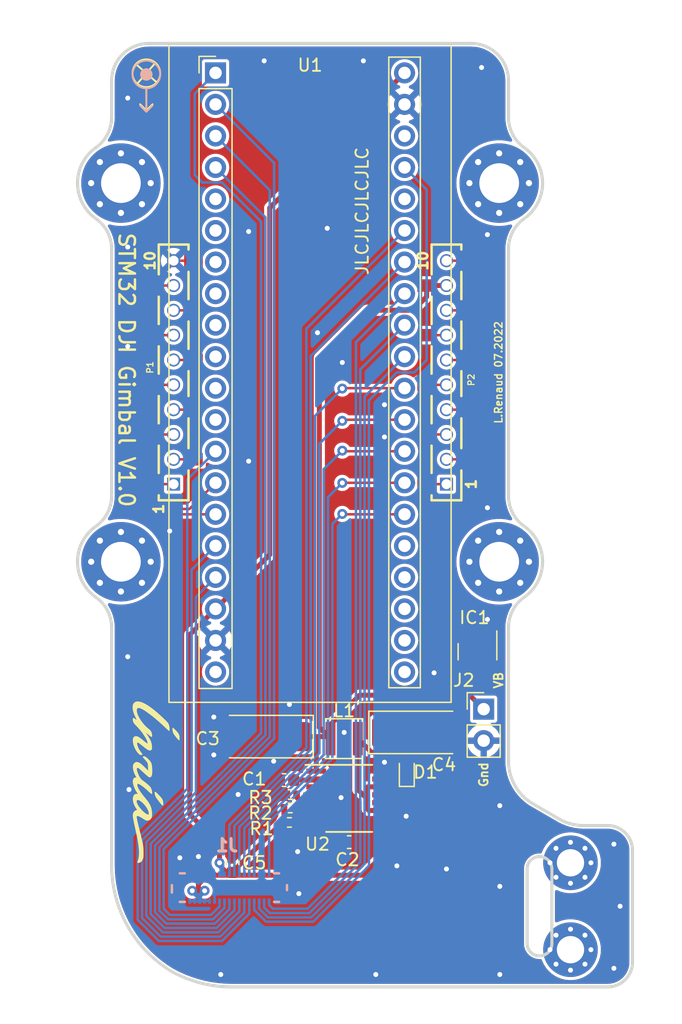
<source format=kicad_pcb>
(kicad_pcb (version 20211014) (generator pcbnew)

  (general
    (thickness 1.6)
  )

  (paper "A4")
  (layers
    (0 "F.Cu" signal)
    (31 "B.Cu" signal)
    (32 "B.Adhes" user "B.Adhesive")
    (33 "F.Adhes" user "F.Adhesive")
    (34 "B.Paste" user)
    (35 "F.Paste" user)
    (36 "B.SilkS" user "B.Silkscreen")
    (37 "F.SilkS" user "F.Silkscreen")
    (38 "B.Mask" user)
    (39 "F.Mask" user)
    (40 "Dwgs.User" user "User.Drawings")
    (41 "Cmts.User" user "User.Comments")
    (42 "Eco1.User" user "User.Eco1")
    (43 "Eco2.User" user "User.Eco2")
    (44 "Edge.Cuts" user)
    (45 "Margin" user)
    (46 "B.CrtYd" user "B.Courtyard")
    (47 "F.CrtYd" user "F.Courtyard")
    (48 "B.Fab" user)
    (49 "F.Fab" user)
    (50 "User.1" user)
    (51 "User.2" user)
    (52 "User.3" user)
    (53 "User.4" user)
    (54 "User.5" user)
    (55 "User.6" user)
    (56 "User.7" user)
    (57 "User.8" user)
    (58 "User.9" user)
  )

  (setup
    (stackup
      (layer "F.SilkS" (type "Top Silk Screen"))
      (layer "F.Paste" (type "Top Solder Paste"))
      (layer "F.Mask" (type "Top Solder Mask") (thickness 0.01))
      (layer "F.Cu" (type "copper") (thickness 0.035))
      (layer "dielectric 1" (type "core") (thickness 1.51) (material "FR4") (epsilon_r 4.5) (loss_tangent 0.02))
      (layer "B.Cu" (type "copper") (thickness 0.035))
      (layer "B.Mask" (type "Bottom Solder Mask") (thickness 0.01))
      (layer "B.Paste" (type "Bottom Solder Paste"))
      (layer "B.SilkS" (type "Bottom Silk Screen"))
      (copper_finish "None")
      (dielectric_constraints no)
    )
    (pad_to_mask_clearance 0)
    (aux_axis_origin 150 100)
    (pcbplotparams
      (layerselection 0x00010fc_ffffffff)
      (disableapertmacros false)
      (usegerberextensions false)
      (usegerberattributes true)
      (usegerberadvancedattributes true)
      (creategerberjobfile true)
      (svguseinch false)
      (svgprecision 6)
      (excludeedgelayer true)
      (plotframeref false)
      (viasonmask false)
      (mode 1)
      (useauxorigin false)
      (hpglpennumber 1)
      (hpglpenspeed 20)
      (hpglpendiameter 15.000000)
      (dxfpolygonmode true)
      (dxfimperialunits false)
      (dxfusepcbnewfont true)
      (psnegative false)
      (psa4output false)
      (plotreference true)
      (plotvalue true)
      (plotinvisibletext false)
      (sketchpadsonfab false)
      (subtractmaskfromsilk false)
      (outputformat 1)
      (mirror false)
      (drillshape 0)
      (scaleselection 1)
      (outputdirectory "Gerber/")
    )
  )

  (net 0 "")
  (net 1 "/M3_PWM3")
  (net 2 "/M3_Fault")
  (net 3 "/M3_PWM2")
  (net 4 "GND")
  (net 5 "/M3_PWM1")
  (net 6 "/M2_Fault")
  (net 7 "/M3_Hall2")
  (net 8 "/M2_PWM3")
  (net 9 "/M3_Hall1")
  (net 10 "/M2_PWM2")
  (net 11 "/M2_Hall2")
  (net 12 "/M2_PWM1")
  (net 13 "/M2_Hall1")
  (net 14 "/M1_Fault")
  (net 15 "/M1_Hall2")
  (net 16 "/M1_PWM3")
  (net 17 "/M1_Hall1")
  (net 18 "/M1_PWM2")
  (net 19 "+5V")
  (net 20 "/M1_PWM1")
  (net 21 "unconnected-(U1-Pad5)")
  (net 22 "unconnected-(U1-Pad6)")
  (net 23 "unconnected-(U1-Pad7)")
  (net 24 "unconnected-(U1-Pad8)")
  (net 25 "unconnected-(U1-Pad9)")
  (net 26 "unconnected-(U1-Pad10)")
  (net 27 "unconnected-(U1-Pad11)")
  (net 28 "unconnected-(U1-Pad12)")
  (net 29 "/SCL")
  (net 30 "/SDA")
  (net 31 "+3V3")
  (net 32 "unconnected-(U1-Pad21)")
  (net 33 "unconnected-(U1-Pad22)")
  (net 34 "unconnected-(U1-Pad23)")
  (net 35 "unconnected-(U1-Pad24)")
  (net 36 "unconnected-(U1-Pad25)")
  (net 37 "unconnected-(U1-Pad36)")
  (net 38 "unconnected-(U1-Pad38)")
  (net 39 "unconnected-(P1-Pad2)")
  (net 40 "unconnected-(P1-Pad3)")
  (net 41 "/ow")
  (net 42 "unconnected-(IC1-Pad2)")
  (net 43 "unconnected-(P1-Pad6)")
  (net 44 "unconnected-(P1-Pad7)")
  (net 45 "unconnected-(P1-Pad8)")
  (net 46 "unconnected-(P1-Pad9)")
  (net 47 "+BATT")
  (net 48 "unconnected-(P2-Pad1)")
  (net 49 "unconnected-(P2-Pad2)")
  (net 50 "unconnected-(P2-Pad3)")
  (net 51 "unconnected-(P2-Pad4)")
  (net 52 "unconnected-(P2-Pad5)")
  (net 53 "unconnected-(P2-Pad6)")
  (net 54 "unconnected-(P2-Pad7)")
  (net 55 "+3V0")
  (net 56 "Net-(C1-Pad1)")
  (net 57 "unconnected-(P2-Pad10)")
  (net 58 "Net-(C2-Pad1)")
  (net 59 "Net-(D1-Pad2)")
  (net 60 "Net-(R2-Pad2)")
  (net 61 "unconnected-(U2-Pad8)")

  (footprint "MountingHole:MountingHole_2.2mm_M2_Pad_Via" (layer "F.Cu") (at 171 139.5))

  (footprint "Capacitor_Tantalum_SMD:CP_EIA-6032-28_Kemet-C" (layer "F.Cu") (at 158.5 129))

  (footprint "Capacitor_SMD:C_0603_1608Metric" (layer "F.Cu") (at 153.1543 137.8375))

  (footprint "Resistor_SMD:R_0402_1005Metric" (layer "F.Cu") (at 148.4043 134 180))

  (footprint "Capacitor_SMD:C_0603_1608Metric" (layer "F.Cu") (at 143.75 139.5 90))

  (footprint "MountingHole:MountingHole_3.2mm_M3_Pad_Via" (layer "F.Cu") (at 134.75 84.75))

  (footprint "Resistor_SMD:R_0402_1005Metric" (layer "F.Cu") (at 148.336 136.25))

  (footprint "DGI_Gimbal:BF090-10-X-B2" (layer "F.Cu") (at 161 100 90))

  (footprint "DGI_Gimbal:BF090-10-X-B2" (layer "F.Cu") (at 139 100 90))

  (footprint "DGI_Gimbal:Inria" (layer "F.Cu") (at 137.6 133 -90))

  (footprint "Package_SO:QSOP-16_3.9x4.9mm_P0.635mm" (layer "F.Cu") (at 153.1543 134.3375))

  (footprint "Capacitor_Tantalum_SMD:CP_EIA-6032-28_Kemet-C" (layer "F.Cu") (at 146.5 129.3375 180))

  (footprint "Capacitor_SMD:C_0603_1608Metric" (layer "F.Cu") (at 147.9043 132.8375 180))

  (footprint "MountingHole:MountingHole_3.2mm_M3_Pad_Via" (layer "F.Cu") (at 165.25 84.75))

  (footprint "MountingHole:MountingHole_3.2mm_M3_Pad_Via" (layer "F.Cu") (at 165.25 115.25))

  (footprint "Resistor_SMD:R_0402_1005Metric" (layer "F.Cu") (at 148.4043 135.0875))

  (footprint "Package_TO_SOT_SMD:SOT-23" (layer "F.Cu") (at 163.5 122.5 -90))

  (footprint "Connector_PinHeader_2.54mm:PinHeader_1x02_P2.54mm_Vertical" (layer "F.Cu") (at 164 127.125))

  (footprint "DGI_Gimbal:YAAJ_WeAct_BlackPill_2" (layer "F.Cu") (at 150 100))

  (footprint "Diode_SMD:D_SOD-523" (layer "F.Cu") (at 157.8 132.2 90))

  (footprint "MountingHole:MountingHole_2.2mm_M2_Pad_Via" (layer "F.Cu") (at 171 146.5))

  (footprint "MountingHole:MountingHole_3.2mm_M3_Pad_Via" (layer "F.Cu") (at 134.75 115.25))

  (footprint "Inductor_SMD:L_Taiyo-Yuden_NR-30xx" (layer "F.Cu") (at 152.75 129.5))

  (footprint "DGI_Gimbal:BM20B0834DS04V53" (layer "B.Cu") (at 143.5 141.5 180))

  (gr_line (start 136.3 78.5) (end 136.8 79) (layer "B.SilkS") (width 0.15) (tstamp 2a8bb4c7-9174-4989-8c1c-6b3ac2640ea3))
  (gr_circle (center 136.8 76) (end 136.800001 76) (layer "B.SilkS") (width 0.5) (fill none) (tstamp 465f0227-59d6-4224-bb00-82027db5ba71))
  (gr_line (start 136.8 79) (end 136.8 77.118033) (layer "B.SilkS") (width 0.15) (tstamp 4c15b4a4-70fd-436f-8aea-9bbb253ae149))
  (gr_line (start 137.3 78.5) (end 136.8 79) (layer "B.SilkS") (width 0.15) (tstamp b9a15a18-6b3a-4d23-a8ca-d29ebd5b594a))
  (gr_circle (center 136.8 76) (end 137.8 76.5) (layer "B.SilkS") (width 0.15) (fill none) (tstamp d909c2f5-cd97-475b-a850-77d149ecf702))
  (gr_line (start 136.8 75.9) (end 137.5 75.1) (layer "F.SilkS") (width 0.15) (tstamp 03089ffd-fc65-4861-bc9b-bf8e950bd9fa))
  (gr_line (start 136.8 75.9) (end 137.6 76.6) (layer "F.SilkS") (width 0.15) (tstamp 3ef29ce0-3c59-4f33-b521-45048e260a27))
  (gr_line (start 136.8 75.9) (end 136.1 76.7) (layer "F.SilkS") (width 0.15) (tstamp 611f7b4e-42d4-4de8-98d6-c2f71764a990))
  (gr_line (start 136.8 75.9) (end 136 75.2) (layer "F.SilkS") (width 0.15) (tstamp 76cfe23c-8d39-4fab-823b-36db34651579))
  (gr_line (start 136.8 78.9) (end 136.3 78.4) (layer "F.SilkS") (width 0.15) (tstamp 76db9461-8ba2-4aa9-b21f-4646483393e9))
  (gr_line (start 136.8 77.018033) (end 136.8 78.9) (layer "F.SilkS") (width 0.15) (tstamp 85fb701d-dbf1-4325-aa50-361701ded904))
  (gr_circle (center 136.8 75.9) (end 135.8 76.4) (layer "F.SilkS") (width 0.15) (fill none) (tstamp 91b4309a-f2dc-45c5-8b3b-e8c2643e0719))
  (gr_line (start 136.8 78.9) (end 137.3 78.4) (layer "F.SilkS") (width 0.15) (tstamp d7005e8a-bd34-461b-9bff-1cf04ce44037))
  (gr_line (start 174 136.5) (end 172.071797 136.5) (layer "Edge.Cuts") (width 0.25) (tstamp 00824726-46cf-4724-8df2-66866c033c1a))
  (gr_line (start 143.679492 149.5) (end 174 149.5) (layer "Edge.Cuts") (width 0.25) (tstamp 073fd96f-bd35-4ab3-8558-cfde33b1259f))
  (gr_arc (start 134 79.44081) (mid 133.663857 80.820606) (end 132.730769 81.891205) (layer "Edge.Cuts") (width 0.25) (tstamp 0aa4c179-6804-45cc-9fec-e9c691b3ef6a))
  (gr_arc (start 134 76.5) (mid 134.87868 74.37868) (end 137 73.5) (layer "Edge.Cuts") (width 0.25) (tstamp 0b5033fa-b8b8-4696-b834-f45deb05ccfc))
  (gr_arc (start 167.5 140) (mid 168.5 139) (end 169.5 140) (layer "Edge.Cuts") (width 0.25) (tstamp 14b2a150-3c3d-4b24-aaa7-9530a2b5f651))
  (gr_arc (start 167.269231 81.891205) (mid 166.336136 80.82061) (end 166 79.44081) (layer "Edge.Cuts") (width 0.25) (tstamp 1e3f409f-9d68-44d3-aff4-07ea339822f5))
  (gr_arc (start 134 109.94081) (mid 133.663857 111.320606) (end 132.730769 112.391205) (layer "Edge.Cuts") (width 0.25) (tstamp 2e29614c-76ef-4164-85a7-acd28c37cdd1))
  (gr_arc (start 167.269231 81.891205) (mid 168.75 84.75) (end 167.269231 87.608795) (layer "Edge.Cuts") (width 0.25) (tstamp 33eb573c-808d-4761-a1d9-2d758d748230))
  (gr_line (start 169.5 146) (end 169.5 140) (layer "Edge.Cuts") (width 0.25) (tstamp 341fb2ee-c6cb-437e-923e-62421aeea002))
  (gr_line (start 170.071797 135.964102) (end 168 134.767949) (layer "Edge.Cuts") (width 0.25) (tstamp 348bc79d-a763-4d60-a15d-0b5d5ef346aa))
  (gr_line (start 176 147.5) (end 176 138.5) (layer "Edge.Cuts") (width 0.25) (tstamp 36e98038-75f3-4d9b-b74d-d3d7124a5298))
  (gr_line (start 166 131.303848) (end 166 120.55919) (layer "Edge.Cuts") (width 0.25) (tstamp 3790e2fa-29cb-40a4-9c79-763cce1043e8))
  (gr_arc (start 163 73.5) (mid 165.12132 74.37868) (end 166 76.5) (layer "Edge.Cuts") (width 0.25) (tstamp 43fe2068-cc0b-435e-9fd4-818614d72286))
  (gr_arc (start 132.730769 118.108795) (mid 133.663864 119.17939) (end 134 120.55919) (layer "Edge.Cuts") (width 0.25) (tstamp 44148c2f-96e8-4b1d-b3d9-3391562684a8))
  (gr_arc (start 166 90.05919) (mid 166.336143 88.679394) (end 167.269231 87.608795) (layer "Edge.Cuts") (width 0.25) (tstamp 480dd0cc-55f5-48ef-8da3-2c9447508818))
  (gr_arc (start 168 134.767949) (mid 166.535881 133.303852) (end 166 131.303848) (layer "Edge.Cuts") (width 0.25) (tstamp 501aa165-5ab4-4ebb-be4f-40a9515be6d6))
  (gr_arc (start 132.730769 118.108795) (mid 131.25 115.25) (end 132.730769 112.391205) (layer "Edge.Cuts") (width 0.25) (tstamp 5777907e-c196-4994-94af-c8bf957c26df))
  (gr_line (start 166 109.94081) (end 166 90.05919) (layer "Edge.Cuts") (width 0.25) (tstamp 57f8009a-2646-42ab-b382-5674ea26c4a2))
  (gr_arc (start 132.730769 87.608795) (mid 131.25 84.75) (end 132.730769 81.891205) (layer "Edge.Cuts") (width 0.25) (tstamp 6aeb094d-8f19-4712-b421-49a2ff93969f))
  (gr_line (start 134 76.5) (end 134 79.44081) (layer "Edge.Cuts") (width 0.25) (tstamp 6da44851-27fb-4a27-ac89-d5c5d148f193))
  (gr_arc (start 167.269231 112.391205) (mid 166.336136 111.32061) (end 166 109.94081) (layer "Edge.Cuts") (width 0.25) (tstamp 7100bacf-0ad5-463d-a9ad-ab471ca70b86))
  (gr_arc (start 166 120.55919) (mid 166.336143 119.179394) (end 167.269231 118.108795) (layer "Edge.Cuts") (width 0.25) (tstamp 7d687642-f69e-4c8c-9978-56dd37af8f9b))
  (gr_arc (start 169.5 146) (mid 168.5 147) (end 167.5 146) (layer "Edge.Cuts") (width 0.25) (tstamp 9546ea45-8432-47b8-911d-5194c6bd90a5))
  (gr_arc (start 132.730769 87.608795) (mid 133.663864 88.67939) (end 134 90.05919) (layer "Edge.Cuts") (width 0.25) (tstamp b137633c-4fa5-40eb-a11a-b3a4d2c76a70))
  (gr_arc (start 176 147.5) (mid 175.414214 148.914214) (end 174 149.5) (layer "Edge.Cuts") (width 0.25) (tstamp b91a7274-01c0-4174-93d7-33c25294f2a6))
  (gr_arc (start 174 136.5) (mid 175.414214 137.085786) (end 176 138.5) (layer "Edge.Cuts") (width 0.25) (tstamp bb27c4a8-d58e-4c64-9502-0f15c15c3b43))
  (gr_line (start 167.5 140) (end 167.5 146) (layer "Edge.Cuts") (width 0.25) (tstamp c6d73e69-f2c5-4e39-a783-7aac0db885ed))
  (gr_line (start 134 120.55919) (end 134 139.685045) (layer "Edge.Cuts") (width 0.25) (tstamp d2bb3c14-a70d-482c-84c0-91cf864b3430))
  (gr_line (start 134 90.05919) (end 134 109.94081) (layer "Edge.Cuts") (width 0.25) (tstamp d38048de-6bc1-48b1-a88e-c99cd97b0ca9))
  (gr_arc (start 172.071797 136.5) (mid 171.036521 136.363703) (end 170.071797 135.964102) (layer "Edge.Cuts") (width 0.25) (tstamp d760aabc-95af-4384-8d5b-5f2c315a734d))
  (gr_line (start 166 79.44081) (end 166 76.5) (layer "Edge.Cuts") (width 0.25) (tstamp d9b5d9ba-9d64-41df-a74b-ac3b6987e2ab))
  (gr_line (start 163 73.5) (end 137 73.5) (layer "Edge.Cuts") (width 0.25) (tstamp db03d595-dc8c-4a5e-bc67-8e600042e5fa))
  (gr_arc (start 138.840602 148.251294) (mid 135.293855 144.6047) (end 134 139.685045) (layer "Edge.Cuts") (width 0.25) (tstamp e3ac2b19-d9ff-4201-b994-6c175c1d32ca))
  (gr_arc (start 167.269231 112.391205) (mid 168.75 115.25) (end 167.269231 118.108795) (layer "Edge.Cuts") (width 0.25) (tstamp ee0ae4da-5f58-4828-aa71-5361aaf59f9c))
  (gr_arc (start 143.679492 149.5) (mid 141.180787 149.182791) (end 138.840602 148.251294) (layer "Edge.Cuts") (width 0.25) (tstamp fae18970-0eb5-4b3d-885b-108e72d45e32))
  (gr_text "JLCJLCJLCJLC" (at 154.2 87 90) (layer "F.SilkS") (tstamp 19873b69-6c27-4fc3-8eff-0d2645dcc132)
    (effects (font (size 1 1) (thickness 0.15)))
  )
  (gr_text "STM32 DJI Gimbal V1.0\n" (at 135.2 99.8 270) (layer "F.SilkS") (tstamp 1c102a47-54ae-434c-b42c-6868739953c4)
    (effects (font (size 1.25 1.25) (thickness 0.2)))
  )
  (gr_text "Gnd" (at 164 132.4 90) (layer "F.SilkS") (tstamp 239352ce-f85f-4418-91ea-236f468a2cb4)
    (effects (font (size 0.7 0.7) (thickness 0.15)))
  )
  (gr_text "VB" (at 165.2 124.8 90) (layer "F.SilkS") (tstamp ab6e86d5-a0aa-4a67-9416-462efe4ffe34)
    (effects (font (size 0.7 0.7) (thickness 0.15)))
  )
  (gr_text "L.Renaud 07.2022" (at 165.2 100 90) (layer "F.SilkS") (tstamp d1b5a478-66d4-44de-b416-a298a27aa5a0)
    (effects (font (size 0.6 0.6) (thickness 0.12)))
  )

  (segment (start 153.7 139.3) (end 153.7 97.57) (width 0.2) (layer "B.Cu") (net 1) (tstamp 343737ac-7041-4585-bf68-a4ca3190b804))
  (segment (start 153.7 97.57) (end 157.62 93.65) (width 0.2) (layer "B.Cu") (net 1) (tstamp 6a8ae0ae-57ec-474a-b98b-e29617014806))
  (segment (start 146.7 142.9) (end 147 143.2) (width 0.2) (layer "B.Cu") (net 1) (tstamp 6d4ed5a6-dc1c-409e-8685-2287cad3dbaf))
  (segment (start 149.8 143.2) (end 153.7 139.3) (width 0.2) (layer "B.Cu") (net 1) (tstamp 9bd0f411-9229-4b34-a548-a0d2617202d5))
  (segment (start 147 143.2) (end 149.8 143.2) (width 0.2) (layer "B.Cu") (net 1) (tstamp e9716265-9080-4195-8f05-1b63a33b83b3))
  (segment (start 146.7 142.59) (end 146.7 142.9) (width 0.2) (layer "B.Cu") (net 1) (tstamp fca9cda3-9504-4ee0-aaff-41f486e049d7))
  (segment (start 157.62 111.43) (end 152.63 111.43) (width 0.2) (layer "F.Cu") (net 2) (tstamp 06538c82-7ea5-4da6-a30b-f47c5b701109))
  (segment (start 152.63 111.43) (end 152.6 111.4) (width 0.2) (layer "F.Cu") (net 2) (tstamp d2762f77-b3fb-4ef3-9a2e-5d5ef1675f5a))
  (via (at 152.6 111.4) (size 0.8) (drill 0.4) (layers "F.Cu" "B.Cu") (net 2) (tstamp a0c8ca57-9232-45a1-802e-67c03e8d3df7))
  (segment (start 146.7 140.41) (end 146.7 136.2) (width 0.2) (layer "B.Cu") (net 2) (tstamp 48179ea5-f9e9-4c72-a7e1-ad809371c105))
  (segment (start 146.7 136.2) (end 151.8 131.1) (width 0.2) (layer "B.Cu") (net 2) (tstamp 90496c8f-3f08-4e38-8731-ade90847258a))
  (segment (start 151.8 131.1) (end 151.8 112.2) (width 0.2) (layer "B.Cu") (net 2) (tstamp e3bb7f81-59d7-4600-ad97-bf8552ddda7e))
  (segment (start 151.8 112.2) (end 152.6 111.4) (width 0.2) (layer "B.Cu") (net 2) (tstamp f1164718-c7ec-4b9b-bc74-64ba183e4065))
  (segment (start 146.749511 143.549511) (end 146.3 143.1) (width 0.2) (layer "B.Cu") (net 3) (tstamp 0fc7547d-d278-4513-a963-ebb37e9b73e8))
  (segment (start 153.849519 139.644777) (end 150.094296 143.4) (width 0.2) (layer "B.Cu") (net 3) (tstamp 30e12bc1-0c7d-44fa-8314-39dd79af88ca))
  (segment (start 157.62 96.19) (end 154.049511 99.760489) (width 0.2) (layer "B.Cu") (net 3) (tstamp 58be3eb8-6fc1-43ae-b8a0-2cacfe31412f))
  (segment (start 149.944772 143.549511) (end 146.749511 143.549511) (width 0.2) (layer "B.Cu") (net 3) (tstamp 5b16f041-7792-41c3-b7f3-30282b35a90a))
  (segment (start 154.049511 139.444773) (end 153.849519 139.644765) (width 0.2) (layer "B.Cu") (net 3) (tstamp 5ef53b27-7caf-4f09-9fec-b4ddd272e55c))
  (segment (start 146.3 143.1) (end 146.3 142.59) (width 0.2) (layer "B.Cu") (net 3) (tstamp 8134f76f-fe0c-47ae-a3d1-ff5c114183d9))
  (segment (start 150.094284 143.4) (end 149.944772 143.549511) (width 0.2) (layer "B.Cu") (net 3) (tstamp 8e5402ff-2c34-41da-a762-f223c51fd02f))
  (segment (start 150.094296 143.4) (end 150.094284 143.4) (width 0.2) (layer "B.Cu") (net 3) (tstamp b70eae13-cabd-4355-ba86-9f8c53949bec))
  (segment (start 153.849519 139.644765) (end 153.849519 139.644777) (width 0.2) (layer "B.Cu") (net 3) (tstamp ea3d032a-505d-494d-9452-8b030e367c31))
  (segment (start 154.049511 99.760489) (end 154.049511 139.444773) (width 0.2) (layer "B.Cu") (net 3) (tstamp f11d7083-3f92-4c12-ac6d-82ec4657374e))
  (segment (start 155.8086 134.655) (end 157.0086 134.655) (width 0.4) (layer "F.Cu") (net 4) (tstamp 0c74cb2b-976a-4f76-a4e5-2e5e53f6d2ed))
  (segment (start 150.5 134.02) (end 152.27 134.02) (width 0.4) (layer "F.Cu") (net 4) (tstamp 56024489-e761-47ea-83df-e97aaf97efd5))
  (segment (start 157.575 135.925) (end 157.75 135.75) (width 0.4) (layer "F.Cu") (net 4) (tstamp 63eb51eb-c813-4639-8952-7b46d8159515))
  (segment (start 157.75 135.3964) (end 157.75 135.75) (width 0.4) (layer "F.Cu") (net 4) (tstamp 6a916e25-7682-42d4-b49e-d6ff891c1474))
  (segment (start 152.27 134.02) (end 152.5 134.25) (width 0.4) (layer "F.Cu") (net 4) (tstamp 8b1a64c4-925c-4797-9f0c-da1e1d52413f))
  (segment (start 138.94 91) (end 140.54 91) (width 0.2) (layer "F.Cu") (net 4) (tstamp 8bd7c959-0f76-4414-b2e1-1e2d49d8b269))
  (segment (start 157.0086 134.655) (end 157.75 135.3964) (width 0.4) (layer "F.Cu") (net 4) (tstamp afe8c132-3fc8-4563-a639-b996aa201312))
  (segment (start 155.8086 132.115) (end 155.8086 131.5914) (width 0.4) (layer "F.Cu") (net 4) (tstamp c8552dbf-b61f-45ae-b263-74e13fe83d7e))
  (segment (start 155.8086 135.925) (end 157.575 135.925) (width 0.4) (layer "F.Cu") (net 4) (tstamp e8f39ce3-8272-4a4e-b6d0-9c2c12888ccf))
  (segment (start 155.8086 131.5914) (end 156 131.4) (width 0.4) (layer "F.Cu") (net 4) (tstamp ef2205ec-2742-4591-9202-c13892bc5d50))
  (via (at 149.098 141.986) (size 0.8) (drill 0.4) (layers "F.Cu" "B.Cu") (free) (net 4) (tstamp 0c0bd04a-5130-45e2-a43f-d6f5afc3ec5f))
  (via (at 142.24 127.762) (size 0.8) (drill 0.4) (layers "F.Cu" "B.Cu") (free) (net 4) (tstamp 1135c5d5-7ced-42c0-99af-b6b3a6c904e6))
  (via (at 146.3 74.9) (size 0.8) (drill 0.4) (layers "F.Cu" "B.Cu") (free) (net 4) (tstamp 1191e882-1b58-40f9-85e1-0be789bf4f9b))
  (via (at 139.5 139.1) (size 0.8) (drill 0.4) (layers "F.Cu" "B.Cu") (free) (net 4) (tstamp 14120b75-d850-468c-8194-4559cd54a031))
  (via (at 157 139.75) (size 0.8) (drill 0.4) (layers "F.Cu" "B.Cu") (free) (net 4) (tstamp 1a549be8-c6de-4b98-94d1-6b56d2296997))
  (via (at 135.3 77.9) (size 0.8) (drill 0.4) (layers "F.Cu" "B.Cu") (free) (net 4) (tstamp 1a621e8d-a430-4485-8b13-46273aeb35be))
  (via (at 151.384 88.392) (size 0.8) (drill 0.4) (layers "F.Cu" "B.Cu") (free) (net 4) (tstamp 1d50c0aa-dccf-43f8-b810-e32536f67739))
  (via (at 161 140) (size 0.8) (drill 0.4) (layers "F.Cu" "B.Cu") (free) (net 4) (tstamp 24d0c3a6-124f-4425-ac7b-f3c0cb36c272))
  (via (at 145.05 107.15) (size 0.8) (drill 0.4) (layers "F.Cu" "B.Cu") (free) (net 4) (tstamp 28e15989-5385-427e-a9a7-25fddc57d8c9))
  (via (at 142.24 130.81) (size 0.8) (drill 0.4) (layers "F.Cu" "B.Cu") (free) (net 4) (tstamp 39a053ae-d9e7-45ec-b38a-30991e38b967))
  (via (at 152.6 99.2) (size 0.8) (drill 0.4) (layers "F.Cu" "B.Cu") (free) (net 4) (tstamp 3c2bde56-232d-40b5-9fc2-85b9eac8e4dd))
  (via (at 156 105.2) (size 0.8) (drill 0.4) (layers "F.Cu" "B.Cu") (free) (net 4) (tstamp 3f01c13d-a2e1-4f8c-b582-b02fd59b405d))
  (via (at 152.5 134.25) (size 0.8) (drill 0.4) (layers "F.Cu" "B.Cu") (free) (net 4) (tstamp 4101bb67-fb27-4a12-9995-a64ec86cf847))
  (via (at 142.8 148.5) (size 0.8) (drill 0.4) (layers "F.Cu" "B.Cu") (free) (net 4) (tstamp 4d21ea87-48e9-4363-8b6d-c4d644bf3d11))
  (via (at 156 102.6) (size 0.8) (drill 0.4) (layers "F.Cu" "B.Cu") (free) (net 4) (tstamp 4f86f28e-ef67-49d8-aad3-8bda1ae9f1e6))
  (via (at 147.066 131.318) (size 0.8) (drill 0.4) (layers "F.Cu" "B.Cu") (free) (net 4) (tstamp 51fd411f-db63-4ef1-b304-b19b61caddf7))
  (via (at 144.2 134) (size 0.8) (drill 0.4) (layers "F.Cu" "B.Cu") (free) (net 4) (tstamp 54da2f57-eedc-472c-938b-2fcb901a4b50))
  (via (at 157.75 135.75) (size 0.8) (drill 0.4) (layers "F.Cu" "B.Cu") (free) (net 4) (tstamp 55678221-4b34-45ca-adc6-2da6986df247))
  (via (at 174.5 148) (size 0.8) (drill 0.4) (layers "F.Cu" "B.Cu") (free) (net 4) (tstamp 5a335208-2c93-4e4f-ae3d-c15428aaf6eb))
  (via (at 135.3 97.9) (size 0.8) (drill 0.4) (layers "F.Cu" "B.Cu") (free) (net 4) (tstamp 5f1b7a67-342f-47e1-b241-4db041594e00))
  (via (at 135.3 89.9) (size 0.8) (drill 0.4) (layers "F.Cu" "B.Cu") (free) (net 4) (tstamp 638597a2-759c-4a8f-8fae-1ccfab501693))
  (via (at 155.3 148.5) (size 0.8) (drill 0.4) (layers "F.Cu" "B.Cu") (free) (net 4) (tstamp 63f01817-74e6-44ed-a07a-2209c667c863))
  (via (at 149 138.6) (size 0.8) (drill 0.4) (layers "F.Cu" "B.Cu") (free) (net 4) (tstamp 6ea39889-fdf9-4687-848f-87be19b4312a))
  (via (at 165.3 141.4) (size 0.8) (drill 0.4) (layers "F.Cu" "B.Cu") (free) (net 4) (tstamp 6f9d4be2-c3c2-4e0c-bd6c-481254301664))
  (via (at 175 143) (size 0.8) (drill 0.4) (layers "F.Cu" "B.Cu") (free) (net 4) (tstamp 71aea535-e544-4bbf-9303-ac0095de444b))
  (via (at 135.3 122.9) (size 0.8) (drill 0.4) (layers "F.Cu" "B.Cu") (free) (net 4) (tstamp 73c30f9b-9d80-4a14-8639-f9eba2dca702))
  (via (at 145.05 88.65) (size 0.8) (drill 0.4) (layers "F.Cu" "B.Cu") (free) (net 4) (tstamp 756c9db8-342b-4620-93c3-0d2ce81e3931))
  (via (at 164.3 119.9) (size 0.8) (drill 0.4) (layers "F.Cu" "B.Cu") (free) (net 4) (tstamp 79c09817-c1ac-4281-94f6-c1eaa8bf7ae5))
  (via (at 156 131.4) (size 0.8) (drill 0.4) (layers "F.Cu" "B.Cu") (net 4) (tstamp 7a5aec42-143f-4ec8-a2f1-4ccd32abb385))
  (via (at 135.4 133.6) (size 0.8) (drill 0.4) (layers "F.Cu" "B.Cu") (free) (net 4) (tstamp 9503ffac-b12d-42a7-be96-cc03227bb761))
  (via (at 150.6 96.8) (size 0.8) (drill 0.4) (layers "F.Cu" "B.Cu") (free) (net 4) (tstamp a05c8f15-3ca0-4604-83dc-260c1166d3d3))
  (via (at 164.3 110.9) (size 0.8) (drill 0.4) (layers "F.Cu" "B.Cu") (free) (net 4) (tstamp ace98139-9e5c-46c1-ba03-cc1692ce9984))
  (via (at 163.83 75.438) (size 0.8) (drill 0.4) (layers "F.Cu" "B.Cu") (free) (net 4) (tstamp b0dbb33b-be84-4db4-843f-9896aaa6d439))
  (via (at 164.3 88.9) (size 0.8) (drill 0.4) (layers "F.Cu" "B.Cu") (free) (net 4) (tstamp c2f6de18-6450-45a1-b71c-b13023a205fe))
  (via (at 174.5 138) (size 0.8) (drill 0.4) (layers "F.Cu" "B.Cu") (free) (net 4) (tstamp cc6e7b98-5f1b-4ede-914d-147822f8fe12))
  (via (at 165.3 148.5) (size 0.8) (drill 0.4) (layers "F.Cu" "B.Cu") (free) (net 4) (tstamp cdae78c2-3796-454e-9991-4d6264ea222c))
  (via (at 160 124.2) (size 0.8) (drill 0.4) (layers "F.Cu" "B.Cu") (free) (net 4) (tstamp cedeec15-a96b-49fe-af12-34c86751ecbf))
  (via (at 152.75 129) (size 0.8) (drill 0.4) (layers "F.Cu" "B.Cu") (free) (net 4) (tstamp d2b4bdde-3bf3-46df-91dc-d761591c3914))
  (via (at 148.336 126.746) (size 0.8) (drill 0.4) (layers "F.Cu" "B.Cu") (free) (net 4) (tstamp d431cd8d-6a71-4ff9-8d1b-ca748b20b0f8))
  (via (at 165.3 134.9) (size 0.8) (drill 0.4) (layers "F.Cu" "B.Cu") (free) (net 4) (tstamp d58a1a7a-c846-47ae-bbc9-796938287d80))
  (via (at 138.684 112.776) (size 0.8) (drill 0.4) (layers "F.Cu" "B.Cu") (free) (net 4) (tstamp d9a2c9e0-af65-4fec-8dbd-5e7565a66f13))
  (via (at 154.3 74.9) (size 0.8) (drill 0.4) (layers "F.Cu" "B.Cu") (free) (net 4) (tstamp ec87612d-b3cc-4af6-8031-065c14b5a6d5))
  (via (at 141 139) (size 0.8) (drill 0.4) (layers "F.Cu" "B.Cu") (free) (net 4) (tstamp fb1e4059-1049-4549-abc8-7bc851a87b5a))
  (segment (start 142.3 140.41) (end 140.3 140.41) (width 0.2) (layer "B.Cu") (net 4) (tstamp 1004d08c-c732-4ad4-907a-fb9b3fb6ac43))
  (segment (start 147.185 141.3) (end 147.91 140.575) (width 0.2) (layer "B.Cu") (net 4) (tstamp 1064b3b8-9b9a-42df-baa7-318157ad4984))
  (segment (start 142.3 142.59) (end 142.3 140.41) (width 0.2) (layer "B.Cu") (net 4) (tstamp 39529687-0a7d-4895-934b-85b70061147d))
  (segment (start 146.09 140.41) (end 145.9 140.41) (width 0.2) (layer "B.Cu") (net 4) (tstamp 5003db7d-1423-48c5-a9bc-7acca878f914))
  (segment (start 146.09 140.41) (end 146.09 141.09) (width 0.2) (layer "B.Cu") (net 4) (tstamp 50b5bd75-3077-4695-946d-0640a2b9b2d1))
  (segment (start 139.09 140.575) (end 139.255 140.41) (width 0.2) (layer "B.Cu") (net 4) (tstamp 7fda1270-95da-4e26-82d0-112e16bb460a))
  (segment (start 146.3 141.3) (end 147.185 141.3) (width 0.2) (layer "B.Cu") (net 4) (tstamp da96dceb-89e7-41d0-919f-76fd30ee77f0))
  (segment (start 146.3 140.41) (end 146.09 140.41) (width 0.2) (layer "B.Cu") (net 4) (tstamp dcbbb7da-7c41-42b0-aee3-f32380cd0901))
  (segment (start 139.255 140.41) (end 140.3 140.41) (width 0.2) (layer "B.Cu") (net 4) (tstamp f6c3b837-57f5-4f14-bc29-e8e903fabdef))
  (segment (start 146.09 141.09) (end 146.3 141.3) (width 0.2) (layer "B.Cu") (net 4) (tstamp ff171931-86df-4676-a3b3-6a847ce1a0d4))
  (segment (start 154.399022 101.950978) (end 157.62 98.73) (width 0.2) (layer "B.Cu") (net 5) (tstamp 0744afda-1361-416c-bb51-9599b02803ac))
  (segment (start 146.604739 143.899022) (end 150.089544 143.899022) (width 0.2) (layer "B.Cu") (net 5) (tstamp 0881572c-4c06-4c9f-95c9-e23856dd5c7d))
  (segment (start 150.25048 143.74952) (end 154.2 139.8) (width 0.2) (layer "B.Cu") (net 5) (tstamp 214415bf-5f39-4c82-a60a-ce16bda86ca1))
  (segment (start 145.9 143.194284) (end 146.604739 143.899022) (width 0.2) (layer "B.Cu") (net 5) (tstamp 2e667a38-2104-4cdc-9fb5-d95540b86dfb))
  (segment (start 154.399022 139.589545) (end 154.399022 101.950978) (width 0.2) (layer "B.Cu") (net 5) (tstamp 452cf69b-362b-402f-86ca-447c2a810cbe))
  (segment (start 145.9 142.59) (end 145.9 143.194284) (width 0.2) (layer "B.Cu") (net 5) (tstamp 958d17ec-6b56-4dec-a63b-65ef45b55fef))
  (segment (start 154.2 139.788567) (end 154.399022 139.589545) (width 0.2) (layer "B.Cu") (net 5) (tstamp baf08ca4-7abe-491c-85cc-6ccbc4866621))
  (segment (start 150.239045 143.74952) (end 150.25048 143.74952) (width 0.2) (layer "B.Cu") (net 5) (tstamp cd1474d0-1317-4fc6-9d54-7af5a85a72ff))
  (segment (start 154.2 139.8) (end 154.2 139.788567) (width 0.2) (layer "B.Cu") (net 5) (tstamp ee4fdec0-a139-4c19-96b0-5f04cc0a26fb))
  (segment (start 150.089544 143.899022) (end 150.239045 143.74952) (width 0.2) (layer "B.Cu") (net 5) (tstamp fa935482-b160-4182-8873-36334fa35ef0))
  (segment (start 154.549519 139.950481) (end 154.549519 139.933332) (width 0.2) (layer "B.Cu") (net 6) (tstamp 04751f94-3381-40a3-b134-354c73d34f54))
  (segment (start 154.748533 139.734317) (end 154.748533 102.251467) (width 0.2) (layer "B.Cu") (net 6) (tstamp 11665e6e-057a-445e-8a5e-7430c9c79660))
  (segment (start 159.4 99) (end 159.4 85.27) (width 0.2) (layer "B.Cu") (net 6) (tstamp 12a238d5-ee36-4085-b9eb-79e3ed792ab7))
  (segment (start 158.4 100) (end 159.4 99) (width 0.2) (layer "B.Cu") (net 6) (tstamp 35e74541-14cd-4051-bb4c-d0a7bdf35845))
  (segment (start 145.5 142.59) (end 145.5 143.3) (width 0.2) (layer "B.Cu") (net 6) (tstamp 36325efb-0a77-4065-957d-afb96f01006f))
  (segment (start 159.4 85.27) (end 157.62 83.49) (width 0.2) (layer "B.Cu") (net 6) (tstamp 43b1e255-8716-480b-97ca-7a773a41eed8))
  (segment (start 150.251467 144.248533) (end 154.549519 139.950481) (width 0.2) (layer "B.Cu") (net 6) (tstamp 4c8f8d2c-705c-4e6c-b2d0-043f01664b1b))
  (segment (start 154.549519 139.933332) (end 154.748533 139.734317) (width 0.2) (layer "B.Cu") (net 6) (tstamp 4d3b6eef-d9fe-42f3-aee9-83ca683a404b))
  (segment (start 157 100) (end 158.4 100) (width 0.2) (layer "B.Cu") (net 6) (tstamp 739cd88a-2fb3-4d4a-8359-ad71975e92b7))
  (segment (start 154.748533 102.251467) (end 157 100) (width 0.2) (layer "B.Cu") (net 6) (tstamp bcecd244-f8aa-407c-aeaa-64b896544a74))
  (segment (start 145.5 143.3) (end 146.448533 144.248533) (width 0.2) (layer "B.Cu") (net 6) (tstamp bd1566dd-e256-4479-9339-c0ca38ad5538))
  (segment (start 146.448533 144.248533) (end 150.251467 144.248533) (width 0.2) (layer "B.Cu") (net 6) (tstamp d8eb9cf3-a417-47b2-bc4f-ff3f03ec6392))
  (segment (start 157.62 108.89) (end 152.61 108.89) (width 0.2) (layer "F.Cu") (net 7) (tstamp 14c53090-7f5c-4e51-b730-49cfcf314713))
  (segment (start 152.61 108.89) (end 152.6 108.9) (width 0.2) (layer "F.Cu") (net 7) (tstamp 9b661b14-5482-40d8-bf83-d7f8aa4f78e3))
  (via (at 152.6 108.9) (size 0.8) (drill 0.4) (layers "F.Cu" "B.Cu") (net 7) (tstamp 5e515ad5-c454-4d28-9fdd-b95a2c1c17aa))
  (segment (start 145.5 140.41) (end 145.5 136.905716) (width 0.2) (layer "B.Cu") (net 7) (tstamp 7ae52999-3fab-41c0-97e8-dc9490907519))
  (segment (start 145.5 136.905716) (end 151.450489 130.955227) (width 0.2) (layer "B.Cu") (net 7) (tstamp bd50907f-c24f-44f9-8165-18223048ed80))
  (segment (start 151.450489 110.049511) (end 152.6 108.9) (width 0.2) (layer "B.Cu") (net 7) (tstamp d3c65815-c286-403e-95c0-6c83db2672cd))
  (segment (start 151.450489 130.955227) (end 151.450489 110.049511) (width 0.2) (layer "B.Cu") (net 7) (tstamp fa5a1490-94e9-403c-8c58-c890e82c4938))
  (segment (start 136.102934 144.091525) (end 136.102934 137.531365) (width 0.2) (layer "B.Cu") (net 8) (tstamp 15d1794f-8724-4fac-84fb-ac1b89bdcfee))
  (segment (start 145.1 143.6) (end 142.899998 145.8) (width 0.2) (layer "B.Cu") (net 8) (tstamp 346c1439-2462-4a70-a014-a4e4e14b5ebb))
  (segment (start 145.1 142.59) (end 145.1 143.6) (width 0.2) (layer "B.Cu") (net 8) (tstamp 711965c3-baf7-4971-977c-c61c2418ec16))
  (segment (start 142.899998 145.8) (end 137.811409 145.8) (width 0.2) (layer "B.Cu") (net 8) (tstamp 718e381f-e08b-4163-996f-b1c0a0e085a7))
  (segment (start 140.1 108.63) (end 142.38 106.35) (width 0.2) (layer "B.Cu") (net 8) (tstamp 7354793e-0fdf-408d-9c02-e85cd6c382eb))
  (segment (start 137.811409 145.8) (end 136.102934 144.091525) (width 0.2) (layer "B.Cu") (net 8) (tstamp 8e8d7b71-985f-417a-a771-53c9fd25d31d))
  (segment (start 140.1 133.534299) (end 140.1 108.63) (width 0.2) (layer "B.Cu") (net 8) (tstamp 97c9a9d8-256f-4eef-b0d6-5162878f58ec))
  (segment (start 136.102934 137.531365) (end 140.1 133.534299) (width 0.2) (layer "B.Cu") (net 8) (tstamp f8b2c793-244d-449d-a37f-28ad059e43b4))
  (segment (start 157.62 106.35) (end 152.65 106.35) (width 0.2) (layer "F.Cu") (net 9) (tstamp 16043337-dcc2-4a45-baf7-d9d27cf65604))
  (segment (start 152.65 106.35) (end 152.6 106.3) (width 0.2) (layer "F.Cu") (net 9) (tstamp e4b42dbc-9195-4caa-9b39-f593178e83e8))
  (via (at 152.6 106.3) (size 0.8) (drill 0.4) (layers "F.Cu" "B.Cu") (net 9) (tstamp ac9cd087-32de-4fcf-a24d-f9ea69bf38fb))
  (segment (start 145.1 140.41) (end 145.1 136.811432) (width 0.2) (layer "B.Cu") (net 9) (tstamp 3c320b69-5efb-4749-a64f-7b469c442930))
  (segment (start 151.100978 130.810454) (end 151.100979 107.799021) (width 0.2) (layer "B.Cu") (net 9) (tstamp 5a69025e-8527-4327-b206-d9ee82c689b8))
  (segment (start 151.100979 107.799021) (end 152.6 106.3) (width 0.2) (layer "B.Cu") (net 9) (tstamp ce876495-451b-49cf-a06a-fbdf54b20268))
  (segment (start 145.1 136.811432) (end 151.100978 130.810454) (width 0.2) (layer "B.Cu") (net 9) (tstamp dd7f1006-ed5b-4d8f-9470-857b5e061df9))
  (segment (start 136.452447 143.946743) (end 136.452447 137.676135) (width 0.2) (layer "B.Cu") (net 10) (tstamp 04e64ca6-417e-407f-bdd5-7b76028c150e))
  (segment (start 140.45048 115.89952) (end 142.38 113.97) (width 0.2) (layer "B.Cu") (net 10) (tstamp 2d7d56a7-47ae-4bb3-a1bf-cc0e5fd0fa8b))
  (segment (start 136.452447 137.676135) (end 140.45048 133.678102) (width 0.2) (layer "B.Cu") (net 10) (tstamp 355be12c-c1fb-42ad-bc83-f63da36b2bf1))
  (segment (start 142.755226 145.450489) (end 137.956193 145.450489) (width 0.2) (layer "B.Cu") (net 10) (tstamp 3fd8a82e-9219-4725-9ef9-827c62578c64))
  (segment (start 144.7 142.59) (end 144.7 143.505716) (width 0.2) (layer "B.Cu") (net 10) (tstamp 5bd7b9d8-4599-4bbb-bdee-5f4f710ccc6b))
  (segment (start 144.7 143.505716) (end 142.755226 145.450489) (width 0.2) (layer "B.Cu") (net 10) (tstamp ab746f38-b65a-4a37-ba04-ce83059b31bf))
  (segment (start 140.45048 133.678102) (end 140.45048 115.89952) (width 0.2) (layer "B.Cu") (net 10) (tstamp ae2c9252-c2d0-4e09-8086-f7c47deeb71e))
  (segment (start 137.956193 145.450489) (end 136.452447 143.946743) (width 0.2) (layer "B.Cu") (net 10) (tstamp c77e457d-2c81-4c17-bdd6-ea6c3723f1a2))
  (segment (start 157.62 103.81) (end 152.69 103.81) (width 0.2) (layer "F.Cu") (net 11) (tstamp 0d89d8e8-a085-4114-b181-121519648fbb))
  (segment (start 152.69 103.81) (end 152.6 103.9) (width 0.2) (layer "F.Cu") (net 11) (tstamp f4b2439a-aac8-451d-be34-c2d59ab6da42))
  (via (at 152.6 103.9) (size 0.8) (drill 0.4) (layers "F.Cu" "B.Cu") (net 11) (tstamp 0f83763d-663a-4a00-a5e6-8530d58a32c4))
  (segment (start 144.7 136.717148) (end 150.751467 130.665681) (width 0.2) (layer "B.Cu") (net 11) (tstamp 5db529d2-65b0-4541-901e-7792d8f4887f))
  (segment (start 150.751469 105.748531) (end 152.6 103.9) (width 0.2) (layer "B.Cu") (net 11) (tstamp 713d78e5-dc28-4eff-b0be-732fcb376761))
  (segment (start 150.751467 130.665681) (end 150.751469 105.748531) (width 0.2) (layer "B.Cu") (net 11) (tstamp dab4b1a9-0fe1-4e65-b86e-52f527c10522))
  (segment (start 144.7 140.41) (end 144.7 136.717148) (width 0.2) (layer "B.Cu") (net 11) (tstamp e240fe82-0637-496a-b6b8-9cf00c85bf60))
  (segment (start 142.610454 145.100978) (end 138.123845 145.100978) (width 0.2) (layer "B.Cu") (net 12) (tstamp 1586c2aa-37f6-4122-9353-aa95d0ff209c))
  (segment (start 136.801956 137.820909) (end 140.8 133.822865) (width 0.2) (layer "B.Cu") (net 12) (tstamp 5d1fca44-6a09-4951-bd0a-33200857e047))
  (segment (start 138.123845 145.100978) (end 136.801956 143.779089) (width 0.2) (layer "B.Cu") (net 12) (tstamp 89a1399f-5b6f-4020-84c5-139a7d76dfbc))
  (segment (start 140.8 133.822865) (end 140.8 118.09) (width 0.2) (layer "B.Cu") (net 12) (tstamp 8f1b5d36-459c-45a2-b8ee-3ce5e1efaf22))
  (segment (start 136.801956 143.779089) (end 136.801956 137.820909) (width 0.2) (layer "B.Cu") (net 12) (tstamp a3227cab-33e1-4ce0-b318-2964051493a9))
  (segment (start 144.3 143.411432) (end 142.610454 145.100978) (width 0.2) (layer "B.Cu") (net 12) (tstamp a4bef062-625c-41b9-838a-ca129dfca96f))
  (segment (start 144.3 142.59) (end 144.3 143.411432) (width 0.2) (layer "B.Cu") (net 12) (tstamp e0d74725-e08a-4541-ad3d-e9a14bfe7c88))
  (segment (start 140.8 118.09) (end 142.38 116.51) (width 0.2) (layer "B.Cu") (net 12) (tstamp faab3550-0880-4f85-ab26-9ae3d5eb774d))
  (segment (start 157.62 101.27) (end 152.63 101.27) (width 0.2) (layer "F.Cu") (net 13) (tstamp 3f7a049e-998b-4042-bbb8-4ddbe549cd6f))
  (segment (start 152.63 101.27) (end 152.6 101.3) (width 0.2) (layer "F.Cu") (net 13) (tstamp 4df59889-68f3-46a1-a6f9-f7bb27145bbe))
  (via (at 152.6 101.3) (size 0.8) (drill 0.4) (layers "F.Cu" "B.Cu") (net 13) (tstamp dfd08b72-e79e-419c-a3b4-22401cd7a136))
  (segment (start 150.401959 103.498041) (end 152.6 101.3) (width 0.2) (layer "B.Cu") (net 13) (tstamp 5a5a64ab-801d-4962-8169-3e6cb3a65ec2))
  (segment (start 144.3 140.41) (end 144.3 136.622864) (width 0.2) (layer "B.Cu") (net 13) (tstamp 8424bdfc-b58a-4fbd-8eed-3cc46221c030))
  (segment (start 150.401959 130.520905) (end 150.401959 103.498041) (width 0.2) (layer "B.Cu") (net 13) (tstamp b179eab0-0695-47fa-9e4b-ea49df48926c))
  (segment (start 144.3 136.622864) (end 150.401959 130.520905) (width 0.2) (layer "B.Cu") (net 13) (tstamp e12fc61f-82d0-4321-9b4c-584e4739fb71))
  (segment (start 146.051467 87.851467) (end 142.9 84.7) (width 0.2) (layer "B.Cu") (net 14) (tstamp 089248bb-32b0-4101-88d3-77919896f45f))
  (segment (start 137.151467 137.965682) (end 146.051467 129.065681) (width 0.2) (layer "B.Cu") (net 14) (tstamp 3b349b44-7e26-4a10-9962-ac3ac6b2411f))
  (segment (start 140.7 84.1) (end 140.7 77.55) (width 0.2) (layer "B.Cu") (net 14) (tstamp 4819fc2c-b769-4c55-9ae9-4a9a046c1bb0))
  (segment (start 137.151467 143.634317) (end 137.151467 137.965682) (width 0.2) (layer "B.Cu") (net 14) (tstamp 629b7ec8-ffeb-4986-bd94-5751d906d9e9))
  (segment (start 142.465679 144.751467) (end 138.268618 144.751467) (width 0.2) (layer "B.Cu") (net 14) (tstamp 84344a10-db96-4df4-9b36-189d8ef19301))
  (segment (start 143.9 143.317148) (end 142.465679 144.751467) (width 0.2) (layer "B.Cu") (net 14) (tstamp 8e4b7934-8c08-495b-a909-1a5e691cc9ff))
  (segment (start 141.3 84.7) (end 140.7 84.1) (width 0.2) (layer "B.Cu") (net 14) (tstamp a554cac8-1d5d-4229-8b2a-480d859abdef))
  (segment (start 142.9 84.7) (end 141.3 84.7) (width 0.2) (layer "B.Cu") (net 14) (tstamp ab7926f9-0909-4380-bf34-52a434781659))
  (segment (start 138.268618 144.751467) (end 137.151467 143.634317) (width 0.2) (layer "B.Cu") (net 14) (tstamp b2b5ce68-e1cc-4583-adbb-bff4c5fa6a0e))
  (segment (start 146.051467 129.065681) (end 146.051467 87.851467) (width 0.2) (layer "B.Cu") (net 14) (tstamp c31a2a6b-d5cb-4022-9cb7-6424af1b47a1))
  (segment (start 140.7 77.55) (end 142.38 75.87) (width 0.2) (layer "B.Cu") (net 14) (tstamp d635d6a3-5db5-4669-a335-24efbd911d3c))
  (segment (start 143.9 142.59) (end 143.9 143.317148) (width 0.2) (layer "B.Cu") (net 14) (tstamp d7283b02-c092-4fc2-ac8f-c104b32d43ea))
  (segment (start 150.052449 130.376132) (end 150.052449 98.677551) (width 0.2) (layer "B.Cu") (net 15) (tstamp 1ab9724a-e1e4-48a0-8e0f-419e14dc4254))
  (segment (start 143.9 140.41) (end 143.9 136.528581) (width 0.2) (layer "B.Cu") (net 15) (tstamp c912edfe-9446-4b61-8928-6924c63023f5))
  (segment (start 143.9 136.528581) (end 150.052449 130.376132) (width 0.2) (layer "B.Cu") (net 15) (tstamp cfd472d3-960b-4d0b-acc4-d88a99d9e108))
  (segment (start 150.052449 98.677551) (end 157.62 91.11) (width 0.2) (layer "B.Cu") (net 15) (tstamp e2d8206b-111e-40dc-8028-05ea79e64c80))
  (segment (start 142.320907 144.401956) (end 138.41339 144.401956) (width 0.2) (layer "B.Cu") (net 16) (tstamp 22c2c81a-1647-444b-8ce9-ba23bfa4ab43))
  (segment (start 137.500978 143.489545) (end 137.500978 138.110455) (width 0.2) (layer "B.Cu") (net 16) (tstamp 2b49fdb9-00c1-4b39-bd20-342d31561d85))
  (segment (start 143.5 142.59) (end 143.5 143.222864) (width 0.2) (layer "B.Cu") (net 16) (tstamp 35cdf251-d952-49ed-83b5-d10f52eb521a))
  (segment (start 146.400978 129.210454) (end 146.400978 87.510978) (width 0.2) (layer "B.Cu") (net 16) (tstamp 4316e5a4-fcfc-4c01-8462-a39a06dd6c1c))
  (segment (start 146.400978 87.510978) (end 142.38 83.49) (width 0.2) (layer "B.Cu") (net 16) (tstamp 67e403af-221f-4ed1-9daa-ebd0879eb8f6))
  (segment (start 138.41339 144.401956) (end 137.500978 143.489545) (width 0.2) (layer "B.Cu") (net 16) (tstamp 6e4022da-ab77-44e3-bcf0-e4a57881e5db))
  (segment (start 137.500978 138.110455) (end 146.400978 129.210454) (width 0.2) (layer "B.Cu") (net 16) (tstamp af58e692-0afc-49e5-9dd2-94f7f571533b))
  (segment (start 143.5 143.222864) (end 142.320907 144.401956) (width 0.2) (layer "B.Cu") (net 16) (tstamp fd598cd8-9313-4da9-861f-b33d3898bff0))
  (segment (start 149.702939 96.487061) (end 157.62 88.57) (width 0.2) (layer "B.Cu") (net 17) (tstamp 67b44582-69fa-4888-befe-f76f31233ac2))
  (segment (start 149.702939 130.231359) (end 149.702939 96.487061) (width 0.2) (layer "B.Cu") (net 17) (tstamp 92589a8d-2dcb-41fb-875a-f08940b89a06))
  (segment (start 143.5 136.434298) (end 149.702939 130.231359) (width 0.2) (layer "B.Cu") (net 17) (tstamp 99664e65-a599-4069-b39a-48ff84e9b008))
  (segment (start 143.5 140.41) (end 143.5 136.434298) (width 0.2) (layer "B.Cu") (net 17) (tstamp f4636376-776c-4e15-bff1-1b6d6822533e))
  (segment (start 146.750489 129.355227) (end 137.850489 138.255228) (width 0.2) (layer "B.Cu") (net 18) (tstamp 1043d3a1-4e00-4505-be78-ee5f2dca6ed5))
  (segment (start 137.850489 138.255228) (end 137.850489 143.344773) (width 0.2) (layer "B.Cu") (net 18) (tstamp 3c88676f-bd10-4bcc-8b33-2e9629892044))
  (segment (start 142.38 80.95) (end 146.750489 85.320489) (width 0.2) (layer "B.Cu") (net 18) (tstamp 41d16d0d-0c26-47a9-b069-459cfb3bf636))
  (segment (start 137.850489 143.344773) (end 138.558162 144.052445) (width 0.2) (layer "B.Cu") (net 18) (tstamp 42307f69-0b2b-4264-a2fa-e31cbd4287f6))
  (segment (start 138.558162 144.052445) (end 142.176135 144.052445) (width 0.2) (layer "B.Cu") (net 18) (tstamp 49492abf-d0a2-40bf-9e4a-0fbc95ce2847))
  (segment (start 143.1 143.12858) (end 143.1 142.59) (width 0.2) (layer "B.Cu") (net 18) (tstamp 7875b77c-3bcb-433b-af96-93e2a0cbab1f))
  (segment (start 142.176135 144.052445) (end 143.1 143.12858) (width 0.2) (layer "B.Cu") (net 18) (tstamp b7c1bbeb-930d-4104-9605-2613e85c0689))
  (segment (start 146.750489 85.320489) (end 146.750489 129.355227) (width 0.2) (layer "B.Cu") (net 18) (tstamp d32a2772-e88e-4179-abfb-41c9b9dd4bca))
  (segment (start 155.8086 134.02) (end 156.977622 134.02) (width 0.4) (layer "F.Cu") (net 19) (tstamp 0861ae26-503d-44cc-bcdd-1e9a0871ca6f))
  (segment (start 141 141.232) (end 141 141.75) (width 0.4) (layer "F.Cu") (net 19) (tstamp 0d537665-7f81-4d1c-8abb-7184c63eaba9))
  (segment (start 157.6 129) (end 159 130.4) (width 0.4) (layer "F.Cu") (net 19) (tstamp 11f6bc46-fbab-4a49-b605-03d13666aced))
  (segment (start 147.8943 135.0875) (end 147.8943 136.0957) (width 0.4) (layer "F.Cu") (net 19) (tstamp 15749d5e-6e89-4e05-ba79-c08b3b558aa0))
  (segment (start 143.49 140.5) (end 154.25 140.5) (width 0.4) (layer "F.Cu") (net 19) (tstamp 17d8bc05-426e-4a67-a582-0dfac9b589d5))
  (segment (start 142.7 139.71) (end 142.7 139.5) (width 0.4) (layer "F.Cu") (net 19) (tstamp 20061392-ec6b-471a-ace4-9cdb1b6803a6))
  (segment (start 156.0375 129) (end 157.6 129) (width 0.4) (layer "F.Cu") (net 19) (tstamp 219dc3ef-cc07-4fa8-ac80-1c4b42f07123))
  (segment (start 141.732 140.5) (end 141 141.232) (width 0.4) (layer "F.Cu") (net 19) (tstamp 2398d260-7068-4854-96dc-0ab098085f2c))
  (segment (start 140.5 141.75) (end 141 141.75) (width 0.4) (layer "F.Cu") (net 19) (tstamp 2520ab61-e00d-46ae-ab17-b84400a9493d))
  (segment (start 146.75 86.74) (end 157.62 75.87) (width 0.4) (layer "F.Cu") (net 19) (tstamp 30847646-c3c4-4bdb-9ef9-6ceb74ec5903))
  (segment (start 157 132.75) (end 157.008111 132.741889) (width 0.4) (layer "F.Cu") (net 19) (tstamp 3a87c47b-a25d-4db1-969a-7a60e0dc6a04))
  (segment (start 143.49 140.5) (end 142.7 139.71) (width 0.4) (layer "F.Cu") (net 19) (tstamp 55f02b01-e2f6-44ec-a97c-4b314da6f089))
  (segment (start 140.3 135.6) (end 142.7 138) (width 0.4) (layer "F.Cu") (net 19) (tstamp 589331fe-a008-46eb-8ce1-a07d9a514579))
  (segment (start 143.49 140.5) (end 147.74 136.25) (width 0.4) (layer "F.Cu") (net 19) (tstamp 5a88c008-62bf-42ea-b841-0c26bcd0778c))
  (segment (start 157.008111 133.508111) (end 157.008111 132.741889) (width 0.4) (layer "F.Cu") (net 19) (tstamp 6994b20f-24ca-4ed5-b4cb-69d0b189ad09))
  (segment (start 142.7 138) (end 142.7 139.5) (width 0.4) (layer "F.Cu") (net 19) (tstamp 6b65b3d3-0203-4c7f-9f23-fc74e2e47439))
  (segment (start 147.8943 136.0957) (end 147.74 136.25) (width 0.4) (layer "F.Cu") (net 19) (tstamp 722754f8-dfae-45f1-b932-848abc4953b0))
  (segment (start 157.008111 133.391889) (end 157.7 132.7) (width 0.4) (layer "F.Cu") (net 19) (tstamp 7ecc9b46-d4d6-4858-802d-7312b0e1e21a))
  (segment (start 142.38 119.05) (end 146.75 114.68) (width 0.4) (layer "F.Cu") (net 19) (tstamp 7fafb270-6155-4405-9c7e-c70a5ff9d7a5))
  (segment (start 140.3 121.13) (end 140.3 135.6) (width 0.4) (layer "F.Cu") (net 19) (tstamp 7fc7a7b6-386b-4111-82b9-630b53029fa6))
  (segment (start 142.38 119.05) (end 140.3 121.13) (width 0.4) (layer "F.Cu") (net 19) (tstamp 8ee6185d-5c32-4afa-9526-99ae919ac383))
  (segment (start 159 135.75) (end 159 133.7875) (width 0.4) (layer "F.Cu") (net 19) (tstamp 92d0e53f-6462-4ea9-82b3-533851a7c0a8))
  (segment (start 159 130.4) (end 159 133.7875) (width 0.4) (layer "F.Cu") (net 19) (tstamp acb0cf50-6ce5-4209-b6db-c503d45a1d6d))
  (segment (start 155.8086 132.75) (end 157 132.75) (width 0.4) (layer "F.Cu") (net 19) (tstamp b7b6f9c1-ec49-454f-b2ca-b1b97eadc0c6))
  (segment (start 143.49 140.5) (end 141.732 140.5) (width 0.4) (layer "F.Cu") (net 19) (tstamp c55255e2-f66c-4ebd-b605-3bc183ea541d))
  (segment (start 157.9125 132.7) (end 159 133.7875) (width 0.4) (layer "F.Cu") (net 19) (tstamp cacd1f31-4ae2-42b4-bc19-9c2b1b9c56f4))
  (segment (start 157.008111 133.989511) (end 157.008111 133.508111) (width 0.4) (layer "F.Cu") (net 19) (tstamp d20a69be-69ea-4639-a05d-4f875ae0f986))
  (segment (start 154.25 140.5) (end 159 135.75) (width 0.4) (layer "F.Cu") (net 19) (tstamp e8be75e8-4001-4c41-86e9-0a341fa03082))
  (segment (start 157.008111 133.508111) (end 157.008111 133.391889) (width 0.4) (layer "F.Cu") (net 19) (tstamp ed75898f-7ae9-48f9-8059-0e06466384ae))
  (segment (start 156.977622 134.02) (end 157.008111 133.989511) (width 0.4) (layer "F.Cu") (net 19) (tstamp f032ef84-78dd-41f2-9741-09b2509f74e8))
  (segment (start 146.75 114.68) (end 146.75 86.74) (width 0.4) (layer "F.Cu") (net 19) (tstamp f4ad9703-87e5-488a-bc6c-30332ef248e9))
  (segment (start 141 141.75) (end 141.5 141.75) (width 0.4) (layer "F.Cu") (net 19) (tstamp f6171bc7-f3de-4575-b886-30f010e9cbc5))
  (segment (start 157.7 132.7) (end 157.9125 132.7) (width 0.4) (layer "F.Cu") (net 19) (tstamp f91045cb-2dbc-4e77-aaa4-b17ef9f3de9d))
  (via (at 142.7 139.5) (size 0.8) (drill 0.4) (layers "F.Cu" "B.Cu") (net 19) (tstamp 18985926-a111-4e54-af75-adbaa2d6018e))
  (via (at 140.5 141.75) (size 0.8) (drill 0.4) (layers "F.Cu" "B.Cu") (net 19) (tstamp 337559b7-5b09-4428-bdea-db67093be1a9))
  (via (at 141.5 141.75) (size 0.8) (drill 0.4) (layers "F.Cu" "B.Cu") (net 19) (tstamp 7a2f46b0-eb65-42fb-806b-55631b6bc0ca))
  (segment (start 142.89 140.41) (end 142.89 139.69) (width 0.4) (layer "B.Cu") (net 19) (tstamp 0e10b594-946f-490a-babc-07271b565d6a))
  (segment (start 143.1 140.41) (end 142.89 140.41) (width 0.2) (layer "B.Cu") (net 19) (tstamp 119dbdc4-75c5-4ac6-9d82-7b02f0b46fc9))
  (segment (start 140.3 142.59) (end 141.9 142.59) (width 0.2) (layer "B.Cu") (net 19) (tstamp 19bf5415-4bdd-4f6c-b4b8-895028d1d380))
  (segment (start 142.89 140.41) (end 142.7 140.41) (width 0.2) (layer "B.Cu") (net 19) (tstamp 3b2e4f72-af4e-47fc-a0c4-8a2897c356eb))
  (segment (start 141.1 142.59) (end 141.1 142.15) (width 0.4) (layer "B.Cu") (net 19) (tstamp 558db2e9-e943-4593-872c-fb37f8803553))
  (segment (start 141.1 142.35) (end 140.5 141.75) (width 0.4) (layer "B.Cu") (net 19) (tstamp 6c7cca71-28dc-42cc-88e7-6b2124b06070))
  (segment (start 141.1 142.59) (end 141.1 142.35) (width 0.4) (layer "B.Cu") (net 19) (tstamp afb243a1-126d-4a1f-a7c5-14840e63b6f9))
  (segment (start 142.89 139.69) (end 142.7 139.5) (width 0.4) (layer "B.Cu") (net 19) (tstamp dc6285a5-3d5e-4e3f-9761-3185b99dc0f6))
  (segment (start 141.1 142.15) (end 141.5 141.75) (width 0.4) (layer "B.Cu") (net 19) (tstamp fceda7d7-1b0a-4781-acf7-e1178540c3e8))
  (segment (start 138.2 138.4) (end 147.1 129.5) (width 0.2) (layer "B.Cu") (net 20) (tstamp 065cae28-bdef-48d5-946c-fe18e62d7cce))
  (segment (start 142.7 142.59) (end 142.7 143.014022) (width 0.2) (layer "B.Cu") (net 20) (tstamp 12767e4e-f6d3-4c16-98f9-50081b1302fd))
  (segment (start 142.011088 143.702934) (end 138.702934 143.702934) (width 0.2) (layer "B.Cu") (net 20) (tstamp 5b0024e2-9522-49ba-8b65-b65bc3558f71))
  (segment (start 142.7 143.014022) (end 142.011088 143.702934) (width 0.2) (layer "B.Cu") (net 20) (tstamp 83cc2ef6-4ba2-4529-98b0-d725f5635067))
  (segment (start 138.2 143.2) (end 138.2 138.4) (width 0.2) (layer "B.Cu") (net 20) (tstamp c493e54b-7560-454c-8d7f-e0e81ce6fa18))
  (segment (start 147.1 129.5) (end 147.1 83.13) (width 0.2) (layer "B.Cu") (net 20) (tstamp c5910c25-80c3-4c4b-977a-6168baca9323))
  (segment (start 138.702934 143.702934) (end 138.2 143.2) (width 0.2) (layer "B.Cu") (net 20) (tstamp d0bab084-a56f-4bc4-b108-cb9d52ad2206))
  (segment (start 147.1 83.13) (end 142.38 78.41) (width 0.2) (layer "B.Cu") (net 20) (tstamp f6777531-2df1-4776-b33d-941f3abed89d))
  (segment (start 135.7 102.64) (end 137.34 101) (width 0.2) (layer "F.Cu") (net 29) (tstamp 1d323c14-cd19-4a69-bdcd-013138673b30))
  (segment (start 137.34 101) (end 138.94 101) (width 0.2) (layer "F.Cu") (net 29) (tstamp 997ed6a8-e6c8-4565-ae0d-86873bd70972))
  (segment (start 135.7 109.6) (end 135.7 102.64) (width 0.2) (layer "F.Cu") (net 29) (tstamp b2f1daaa-b808-403b-b9f0-9dfd2f7c2c87))
  (segment (start 140.27 111) (end 137.1 111) (width 0.2) (layer "F.Cu") (net 29) (tstamp d56bb570-48bf-4d38-a266-b94196558804))
  (segment (start 137.1 111) (end 135.7 109.6) (width 0.2) (layer "F.Cu") (net 29) (tstamp df2885f2-95e0-489a-9b3e-8d301fee7cf9))
  (segment (start 142.38 108.89) (end 140.27 111) (width 0.2) (layer "F.Cu") (net 29) (tstamp f536b24d-ab42-464a-b37d-22a9c5fbeeb5))
  (segment (start 136.3 100) (end 139.7 100) (width 0.2) (layer "F.Cu") (net 30) (tstamp 01551c3e-1045-4f86-9b5e-b118fa841cce))
  (segment (start 142.38 111.43) (end 136.73 111.43) (width 0.2) (layer "F.Cu") (net 30) (tstamp 22c70d00-09ab-48a1-ac5b-c957df290379))
  (segment (start 140.54 103) (end 138.94 103) (width 0.2) (layer "F.Cu") (net 30) (tstamp 2ff23aeb-6e0d-4c63-8287-0e6bc0689fec))
  (segment (start 136.73 111.43) (end 135.2 109.9) (width 0.2) (layer "F.Cu") (net 30) (tstamp 4a8c3cff-2349-4ac4-a8dc-b7e036987125))
  (segment (start 140.54 100.84) (end 140.54 103) (width 0.2) (layer "F.Cu") (net 30) (tstamp 5dbfd1b1-3f79-4314-be70-f684a12c3717))
  (segment (start 135.2 101.1) (end 136.3 100) (width 0.2) (layer "F.Cu") (net 30) (tstamp c550fe77-35dc-41ca-bbf5-5a0362089c20))
  (segment (start 139.7 100) (end 140.54 100.84) (width 0.2) (layer "F.Cu") (net 30) (tstamp c8e2aaac-f5a2-43b5-8692-864f29253394))
  (segment (start 135.2 109.9) (end 135.2 101.1) (width 0.2) (layer "F.Cu") (net 30) (tstamp fb4d75be-1ad2-42cc-8030-fac177c437eb))
  (segment (start 140.54 107) (end 138.94 107) (width 0.2) (layer "F.Cu") (net 39) (tstamp ae5d4a6f-4f13-4f82-b041-7da657c12955))
  (segment (start 137.34 105) (end 138.94 105) (width 0.2) (layer "F.Cu") (net 40) (tstamp 69f26705-48f3-49b4-bd2a-b94acbe11954))
  (segment (start 159.766 113.234) (end 159.766 116.8785) (width 0.2) (layer "F.Cu") (net 41) (tstamp 007b6227-234c-4842-9863-d5f09fd8f949))
  (segment (start 164.3 108.7) (end 159.766 113.234) (width 0.2) (layer "F.Cu") (net 41) (tstamp 2ba40469-97ae-44c1-8fa4-e1e50b045c79))
  (segment (start 164.3 95.9) (end 164.3 108.7) (width 0.2) (layer "F.Cu") (net 41) (tstamp 47e67fa7-7f11-4c30-95b4-fe6c5b6f951e))
  (segment (start 162.6 95) (end 163.4 95) (width 0.2) (layer "F.Cu") (net 41) (tstamp 64502154-e490-45d1-aaca-6f66185e2048))
  (segment (start 162.6 95) (end 161 95) (width 0.2) (layer "F.Cu") (net 41) (tstamp a4d6cda2-3be2-41d7-99f7-d5c1d251a520))
  (segment (start 163.4 95) (end 164.3 95.9) (width 0.2) (layer "F.Cu") (net 41) (tstamp b611847b-e870-414e-b364-675f0b3b75d6))
  (segment (start 159.766 116.8785) (end 164.45 121.5625) (width 0.2) (layer "F.Cu") (net 41) (tstamp c60f5a16-0e04-46a0-b73a-a8f5a5a9cadc))
  (segment (start 140.54 99) (end 138.94 99) (width 0.2) (layer "F.Cu") (net 43) (tstamp 3f839e00-f35f-4e21-84ed-af8e49ce512b))
  (segment (start 137.34 97) (end 138.94 97) (width 0.2) (layer "F.Cu") (net 44) (tstamp c3ea6790-8298-481b-9774-475bf76b4c7e))
  (segment (start 140.54 95) (end 138.94 95) (width 0.2) (layer "F.Cu") (net 45) (tstamp 97ae4420-eca2-4d96-9a07-c224c3e0600d))
  (segment (start 137.34 93) (end 138.94 93) (width 0.2) (layer "F.Cu") (net 46) (tstamp e9846b23-4b52-4fe8-8d07-5de6cfc03880))
  (segment (start 150.5 129.5) (end 150.6625 129.3375) (width 0.4) (layer "F.Cu") (net 47) (tstamp 114b95bd-d907-4286-acd6-e9e857be7ee4))
  (segment (start 148.9625 129.3375) (end 150.6625 129.3375) (width 0.4) (layer "F.Cu") (net 47) (tstamp 2d6850bf-403d-4f01-9493-136014e7df61))
  (segment (start 150.6625 129.3375) (end 151.4875 129.3375) (width 0.4) (layer "F.Cu") (net 47) (tstamp 33b68897-b1a7-4663-8342-9e06f8fe394e))
  (segment (start 154.583145 94.990489) (end 158.309511 94.990489) (width 0.4) (layer "F.Cu") (net 47) (tstamp 367973bc-2d11-4a9e-a038-cc477f08e2fe))
  (segment (start 150.75 98.823634) (end 154.583145 94.990489) (width 0.4) (layer "F.Cu") (net 47) (tstamp 4710f241-4664-4297-8331-1210bfa7c8b7))
  (segment (start 159.4 93.9) (end 159.4 93) (width 0.4) (layer "F.Cu") (net 47) (tstamp 69ccec36-9303-4e3d-a907-735a58e19057))
  (segment (start 164 127.125) (end 162.875 126) (width 0.4) (layer "F.Cu") (net 47) (tstamp 763c6a3a-0ae4-4ccc-88b9-52ae64874e5b))
  (segment (start 151.65 129.5) (end 150.75 128.6) (width 0.4) (layer "F.Cu") (net 47) (tstamp a8e3698a-a667-439c-abea-cd929c89e43c))
  (segment (start 154 126) (end 151.8 128.2) (width 0.4) (layer "F.Cu") (net 47) (tstamp aa3f84cb-30a6-4af1-a0a4-f255308936a1))
  (segment (start 162.875 126) (end 154 126) (width 0.4) (layer "F.Cu") (net 47) (tstamp c010f617-e2b5-4d10-b545-99dc0dd598ac))
  (segment (start 158.309511 94.990489) (end 159.4 93.9) (width 0.4) (layer "F.Cu") (net 47) (tstamp c04bf3a0-9ce2-495a-85de-dc38335ae22a))
  (segment (start 161 93) (end 159.4 93) (width 0.4) (layer "F.Cu") (net 47) (tstamp df31a0b0-da6a-4377-a5f7-2b84e4b7bf77))
  (segment (start 150.5 132.115) (end 150.5 129.5) (width 0.4) (layer "F.Cu") (net 47) (tstamp e678999a-e1fe-4f83-aa3f-958bf9ce7d93))
  (segment (start 150.75 128.6) (end 150.75 98.823634) (width 0.4) (layer "F.Cu") (net 47) (tstamp f279427b-9eea-41bf-a4bd-855139d48a0c))
  (segment (start 161 109) (end 159.4 109) (width 0.2) (layer "F.Cu") (net 48) (tstamp 0f1f8146-8f3d-40b4-a500-83a9e9f39fe7))
  (segment (start 161 107) (end 162.6 107) (width 0.2) (layer "F.Cu") (net 49) (tstamp b557cbc5-3e13-4a5a-aa6e-825f9c265b72))
  (segment (start 161 105) (end 159.4 105) (width 0.2) (layer "F.Cu") (net 50) (tstamp 1e141d80-effa-43a6-9cf4-c2a65b4b7f3f))
  (segment (start 162.6 103) (end 161 103) (width 0.2) (layer "F.Cu") (net 51) (tstamp 64ddd502-5317-48ed-ba75-d6361df4bedc))
  (segment (start 159.4 101) (end 161 101) (width 0.2) (layer "F.Cu") (net 52) (tstamp 15cb6cd0-2522-4535-ace9-2dd24fcaff0c))
  (segment (start 161 99) (end 162.6 99) (width 0.2) (layer "F.Cu") (net 53) (tstamp e49f6d80-bf47-4a52-9c10-a722b2c0baf4))
  (segment (start 159.4 97) (end 161 97) (width 0.2) (layer "F.Cu") (net 54) (tstamp ea31965d-31c7-4ac5-9d71-1194b50315e9))
  (segment (start 138.94 109) (end 137.34 109) (width 0.2) (layer "F.Cu") (net 55) (tstamp 4cf46cfa-0f76-48c2-947b-00146f1969fa))
  (segment (start 150.5 133.385) (end 150.5 132.75) (width 0.4) (layer "F.Cu") (net 56) (tstamp 54991dd8-948d-4c7d-883e-12b8affd76d9))
  (segment (start 150.4125 132.8375) (end 150.5 132.75) (width 0.4) (layer "F.Cu") (net 56) (tstamp 6f522e5a-d553-44a4-876a-e3a6c54d72d4))
  (segment (start 148.6793 132.8375) (end 150.4125 132.8375) (width 0.4) (layer "F.Cu") (net 56) (tstamp cc233b6f-2567-4ad3-a490-dc6fed2b9c8b))
  (segment (start 161 91) (end 162.6 91) (width 0.2) (layer "F.Cu") (net 57) (tstamp c7652ddf-192e-4896-ae26-31bcd781ce0c))
  (segment (start 148.76 136.25) (end 149.085 135.925) (width 0.4) (layer "F.Cu") (net 58) (tstamp 0d94decc-5f46-4d70-850d-51bd31a63624))
  (segment (start 152.3793 136.735278) (end 150.934022 135.29) (width 0.4) (layer "F.Cu") (net 58) (tstamp 35f60d2b-675d-430b-b0bb-e6a78eb3f4a3))
  (segment (start 150.5 135.925) (end 150.5 135.29) (width 0.4) (layer "F.Cu") (net 58) (tstamp 7752d205-68b5-4417-a35c-58321e409b5e))
  (segment (start 149.085 135.925) (end 150.5 135.925) (width 0.4) (layer "F.Cu") (net 58) (tstamp 993a773a-a5f8-458f-b6a3-0b6b3bfc92f9))
  (segment (start 152.3793 137.8375) (end 152.3793 136.735278) (width 0.4) (layer "F.Cu") (net 58) (tstamp cb049660-e5a9-43f3-8f48-906f5f0d47a7))
  (segment (start 154.609089 134.359089) (end 153.85 133.6) (width 0.4) (layer "F.Cu") (net 59) (tstamp 0b879789-147f-4ab3-aa18-49ee49159020))
  (segment (start 153.85 133.6) (end 153.85 129.5) (width 0.4) (layer "F.Cu") (net 59) (tstamp 15521e17-29c0-4086-b712-71eadc3bb21b))
  (segment (start 153.85 129.5) (end 154.95 130.6) (width 0.4) (layer "F.Cu") (net 59) (tstamp 1a23e731-c3ea-4a7d-a29d-f402b77e8694))
  (segment (start 154.609089 135.159511) (end 154.739578 135.29) (width 0.4) (layer "F.Cu") (net 59) (tstamp 2a191ddb-a252-4615-83df-7c49e3494fa6))
  (segment (start 154.739578 135.29) (end 155.8086 135.29) (width 0.4) (layer "F.Cu") (net 59) (tstamp c62c7be2-a4f3-46ea-8dd1-38faef072495))
  (segment (start 154.95 130.6) (end 156.9 130.6) (width 0.4) (layer "F.Cu") (net 59) (tstamp d19c1632-ded2-4ac8-8131-7b41647b4a84))
  (segment (start 154.639578 133.385) (end 154.609089 133.415489) (width 0.4) (layer "F.Cu") (net 59) (tstamp e0b4d8d8-d671-4a8b-9e47-1fbd7b2654fc))
  (segment (start 156.9 130.6) (end 157.8 131.5) (width 0.4) (layer "F.Cu") (net 59) (tstamp e55f21c1-c197-493a-984e-6d5e5a3c2c9b))
  (segment (start 154.609089 133.415489) (end 154.609089 134.359089) (width 0.4) (layer "F.Cu") (net 59) (tstamp e84e953b-8286-49ff-87ad-e981ab615c6a))
  (segment (start 154.609089 134.359089) (end 154.609089 135.159511) (width 0.4) (layer "F.Cu") (net 59) (tstamp fa3a4bf7-507e-432b-992c-02eb070a05a2))
  (segment (start 155.8086 133.385) (end 154.639578 133.385) (width 0.4) (layer "F.Cu") (net 59) (tstamp fb9cd473-1536-42cd-99f3-c385c10793dd))
  (segment (start 148.9143 134) (end 148.9143 134.2225) (width 0.4) (layer "F.Cu") (net 60) (tstamp 1131a586-66dc-471b-86e6-3fb43ca198a1))
  (segment (start 148.9143 135.0875) (end 149.3468 134.655) (width 0.4) (layer "F.Cu") (net 60) (tstamp 583451a7-de68-4ff0-8ba6-f2e3cfa72540))
  (segment (start 148.9143 134.2225) (end 149.3468 134.655) (width 0.4) (layer "F.Cu") (net 60) (tstamp 64a26d7c-65bc-431b-8c8f-fcc6594568fd))
  (segment (start 149.3468 134.655) (end 150.5 134.655) (width 0.4) (layer "F.Cu") (net 60) (tstamp f4303a06-4949-439e-a2bc-e4803e51681b))

  (zone (net 4) (net_name "GND") (layers F&B.Cu) (tstamp 27fa4445-4cae-443b-a87e-b0d420415c33) (hatch edge 0.508)
    (connect_pads thru_hole_only (clearance 0.25))
    (min_thickness 0.25) (filled_areas_thickness no)
    (fill yes (thermal_gap 0.508) (thermal_bridge_width 0.508))
    (polygon
      (pts
        (xy 180 152.5)
        (xy 125 152.5)
        (xy 125 70)
        (xy 180 70)
      )
    )
    (filled_polygon
      (layer "F.Cu")
      (pts
        (xy 162.987306 73.752883)
        (xy 163 73.755408)
        (xy 163.011978 73.753026)
        (xy 163.024191 73.753026)
        (xy 163.024191 73.753219)
        (xy 163.03495 73.752463)
        (xy 163.129045 73.757747)
        (xy 163.300894 73.767398)
        (xy 163.314712 73.768955)
        (xy 163.604953 73.818269)
        (xy 163.61851 73.821363)
        (xy 163.901413 73.902866)
        (xy 163.914538 73.907459)
        (xy 164.186528 74.020121)
        (xy 164.199056 74.026154)
        (xy 164.298461 74.081093)
        (xy 164.456732 74.168566)
        (xy 164.468495 74.175957)
        (xy 164.645059 74.301236)
        (xy 164.708605 74.346324)
        (xy 164.719477 74.354995)
        (xy 164.938997 74.551171)
        (xy 164.948829 74.561003)
        (xy 165.145005 74.780523)
        (xy 165.153676 74.791395)
        (xy 165.168586 74.812408)
        (xy 165.302698 75.001421)
        (xy 165.324039 75.031499)
        (xy 165.331437 75.043273)
        (xy 165.473846 75.300944)
        (xy 165.479879 75.313472)
        (xy 165.592541 75.585462)
        (xy 165.597134 75.598587)
        (xy 165.676382 75.873661)
        (xy 165.678637 75.88149)
        (xy 165.681731 75.895047)
        (xy 165.731045 76.185288)
        (xy 165.732602 76.199106)
        (xy 165.747537 76.465048)
        (xy 165.746781 76.475809)
        (xy 165.746974 76.475809)
        (xy 165.746974 76.488022)
        (xy 165.744592 76.5)
        (xy 165.746975 76.511979)
        (xy 165.747117 76.512694)
        (xy 165.7495 76.536885)
        (xy 165.7495 79.403926)
        (xy 165.747117 79.428117)
        (xy 165.744592 79.440811)
        (xy 165.746192 79.448853)
        (xy 165.746544 79.456214)
        (xy 165.74674 79.460307)
        (xy 165.760662 79.751386)
        (xy 165.780717 79.890298)
        (xy 165.80462 80.055862)
        (xy 165.805091 80.059125)
        (xy 165.805789 80.061992)
        (xy 165.805791 80.062)
        (xy 165.876705 80.353088)
        (xy 165.878686 80.361219)
        (xy 165.980777 80.654911)
        (xy 166.110432 80.937519)
        (xy 166.151232 81.007842)
        (xy 166.264102 81.202387)
        (xy 166.266466 81.206462)
        (xy 166.268192 81.208873)
        (xy 166.277572 81.221976)
        (xy 166.300589 81.287945)
        (xy 166.284287 81.355886)
        (xy 166.23384 81.404228)
        (xy 166.165267 81.417623)
        (xy 166.149907 81.415216)
        (xy 165.882284 81.355886)
        (xy 165.814384 81.340833)
        (xy 165.660265 81.323818)
        (xy 165.446223 81.300187)
        (xy 165.446215 81.300187)
        (xy 165.442895 81.29982)
        (xy 165.439553 81.299814)
        (xy 165.43955 81.299814)
        (xy 165.248957 81.299482)
        (xy 165.06915 81.299168)
        (xy 165.065822 81.299524)
        (xy 165.065816 81.299524)
        (xy 164.700848 81.338528)
        (xy 164.700842 81.338529)
        (xy 164.69752 81.338884)
        (xy 164.56478 81.367826)
        (xy 164.335631 81.417788)
        (xy 164.335626 81.417789)
        (xy 164.332353 81.418503)
        (xy 163.977921 81.537094)
        (xy 163.638369 81.69327)
        (xy 163.635487 81.694995)
        (xy 163.635481 81.694998)
        (xy 163.364452 81.857206)
        (xy 163.317671 81.885204)
        (xy 163.019577 82.110651)
        (xy 163.017139 82.112949)
        (xy 163.017136 82.112951)
        (xy 163.008859 82.120751)
        (xy 162.747575 82.366973)
        (xy 162.727191 82.390839)
        (xy 162.537299 82.613174)
        (xy 162.504846 82.651171)
        (xy 162.294231 82.959922)
        (xy 162.118192 83.289614)
        (xy 161.978789 83.636389)
        (xy 161.977883 83.639611)
        (xy 161.977882 83.639615)
        (xy 161.947415 83.748007)
        (xy 161.877653 83.996191)
        (xy 161.877099 83.999499)
        (xy 161.877099 83.999501)
        (xy 161.818628 84.348913)
        (xy 161.815967 84.364812)
        (xy 161.814099 84.397206)
        (xy 161.803215 84.585983)
        (xy 161.794453 84.737938)
        (xy 161.813362 85.111205)
        (xy 161.872473 85.480247)
        (xy 161.873361 85.483493)
        (xy 161.967769 85.828591)
        (xy 161.971094 85.840747)
        (xy 161.972325 85.843871)
        (xy 162.09325 86.150856)
        (xy 162.108073 86.188487)
        (xy 162.109631 86.191455)
        (xy 162.109634 86.191461)
        (xy 162.260909 86.479597)
        (xy 162.281806 86.519399)
        (xy 162.283671 86.522175)
        (xy 162.283672 86.522176)
        (xy 162.480534 86.815137)
        (xy 162.490261 86.829613)
        (xy 162.5145 86.858398)
        (xy 162.703108 87.082377)
        (xy 162.730999 87.115499)
        (xy 162.733419 87.117812)
        (xy 162.733425 87.117818)
        (xy 162.760865 87.14404)
        (xy 163.001205 87.373714)
        (xy 163.297718 87.601236)
        (xy 163.617069 87.795404)
        (xy 163.620105 87.796826)
        (xy 163.620114 87.796831)
        (xy 163.952474 87.95252)
        (xy 163.952479 87.952522)
        (xy 163.955521 87.953947)
        (xy 164.0831 87.997627)
        (xy 164.305947 88.073925)
        (xy 164.305953 88.073927)
        (xy 164.309117 88.07501)
        (xy 164.491418 88.116093)
        (xy 164.670443 88.156438)
        (xy 164.670448 88.156439)
        (xy 164.673719 88.157176)
        (xy 164.677048 88.157555)
        (xy 164.677052 88.157556)
        (xy 164.914233 88.18458)
        (xy 165.045063 88.199486)
        (xy 165.048416 88.199504)
        (xy 165.048423 88.199504)
        (xy 165.230759 88.200458)
        (xy 165.418804 88.201443)
        (xy 165.422141 88.201098)
        (xy 165.422144 88.201098)
        (xy 165.54106 88.188809)
        (xy 165.79057 88.163024)
        (xy 165.79384 88.162323)
        (xy 165.793846 88.162322)
        (xy 166.149741 88.086025)
        (xy 166.219418 88.091219)
        (xy 166.275225 88.133259)
        (xy 166.299444 88.198797)
        (xy 166.284386 88.267025)
        (xy 166.276568 88.279439)
        (xy 166.266472 88.293542)
        (xy 166.26499 88.296096)
        (xy 166.264987 88.296101)
        (xy 166.23612 88.345857)
        (xy 166.110438 88.562485)
        (xy 166.109212 88.565157)
        (xy 166.109208 88.565165)
        (xy 166.062579 88.666803)
        (xy 165.980784 88.845092)
        (xy 165.878693 89.138783)
        (xy 165.877989 89.141672)
        (xy 165.877988 89.141676)
        (xy 165.805798 89.438)
        (xy 165.805097 89.440876)
        (xy 165.804677 89.443787)
        (xy 165.804675 89.443796)
        (xy 165.799328 89.480837)
        (xy 165.760669 89.748615)
        (xy 165.746201 90.051101)
        (xy 165.744592 90.059189)
        (xy 165.746975 90.071169)
        (xy 165.747117 90.071883)
        (xy 165.7495 90.096074)
        (xy 165.7495 109.903926)
        (xy 165.747117 109.928117)
        (xy 165.744592 109.940811)
        (xy 165.746192 109.948853)
        (xy 165.746544 109.956214)
        (xy 165.746949 109.964678)
        (xy 165.760662 110.251386)
        (xy 165.77189 110.329155)
        (xy 165.804232 110.553174)
        (xy 165.805091 110.559125)
        (xy 165.805789 110.561992)
        (xy 165.805791 110.562)
        (xy 165.877981 110.858324)
        (xy 165.878686 110.861219)
        (xy 165.980777 111.154911)
        (xy 166.110432 111.437519)
        (xy 166.141726 111.491458)
        (xy 166.264862 111.703697)
        (xy 166.266466 111.706462)
        (xy 166.268192 111.708873)
        (xy 166.277572 111.721976)
        (xy 166.300589 111.787945)
        (xy 166.284287 111.855886)
        (xy 166.23384 111.904228)
        (xy 166.165267 111.917623)
        (xy 166.149907 111.915216)
        (xy 165.882284 111.855886)
        (xy 165.814384 111.840833)
        (xy 165.643481 111.821965)
        (xy 165.446223 111.800187)
        (xy 165.446215 111.800187)
        (xy 165.442895 111.79982)
        (xy 165.439553 111.799814)
        (xy 165.43955 111.799814)
        (xy 165.248957 111.799482)
        (xy 165.06915 111.799168)
        (xy 165.065822 111.799524)
        (xy 165.065816 111.799524)
        (xy 164.700848 111.838528)
        (xy 164.700842 111.838529)
        (xy 164.69752 111.838884)
        (xy 164.488347 111.884491)
        (xy 164.335631 111.917788)
        (xy 164.335626 111.917789)
        (xy 164.332353 111.918503)
        (xy 163.977921 112.037094)
        (xy 163.638369 112.19327)
        (xy 163.635487 112.194995)
        (xy 163.635481 112.194998)
        (xy 163.320553 112.383479)
        (xy 163.317671 112.385204)
        (xy 163.019577 112.610651)
        (xy 163.017139 112.612949)
        (xy 163.017136 112.612951)
        (xy 163.008859 112.620751)
        (xy 162.747575 112.866973)
        (xy 162.745398 112.869522)
        (xy 162.52904 113.122844)
        (xy 162.504846 113.151171)
        (xy 162.50296 113.153936)
        (xy 162.502956 113.153941)
        (xy 162.443236 113.241488)
        (xy 162.294231 113.459922)
        (xy 162.118192 113.789614)
        (xy 161.978789 114.136389)
        (xy 161.977883 114.139611)
        (xy 161.977882 114.139615)
        (xy 161.892876 114.442035)
        (xy 161.877653 114.496191)
        (xy 161.877099 114.499499)
        (xy 161.877099 114.499501)
        (xy 161.821446 114.832073)
        (xy 161.815967 114.864812)
        (xy 161.794453 115.237938)
        (xy 161.813362 115.611205)
        (xy 161.872473 115.980247)
        (xy 161.873361 115.983493)
        (xy 161.910542 116.119403)
        (xy 161.971094 116.340747)
        (xy 162.036331 116.506359)
        (xy 162.10587 116.682894)
        (xy 162.108073 116.688487)
        (xy 162.109631 116.691455)
        (xy 162.109634 116.691461)
        (xy 162.268696 116.994429)
        (xy 162.281806 117.019399)
        (xy 162.283671 117.022175)
        (xy 162.283672 117.022176)
        (xy 162.464654 117.291505)
        (xy 162.490261 117.329613)
        (xy 162.5145 117.358398)
        (xy 162.728798 117.612885)
        (xy 162.730999 117.615499)
        (xy 162.733419 117.617812)
        (xy 162.733425 117.617818)
        (xy 162.760865 117.64404)
        (xy 163.001205 117.873714)
        (xy 163.297718 118.101236)
        (xy 163.617069 118.295404)
        (xy 163.620105 118.296826)
        (xy 163.620114 118.296831)
        (xy 163.952474 118.45252)
        (xy 163.952479 118.452522)
        (xy 163.955521 118.453947)
        (xy 164.145371 118.518947)
        (xy 164.305947 118.573925)
        (xy 164.305953 118.573927)
        (xy 164.309117 118.57501)
        (xy 164.436 118.603604)
        (xy 164.670443 118.656438)
        (xy 164.670448 118.656439)
        (xy 164.673719 118.657176)
        (xy 164.677048 118.657555)
        (xy 164.677052 118.657556)
        (xy 164.914233 118.68458)
        (xy 165.045063 118.699486)
        (xy 165.048416 118.699504)
        (xy 165.048423 118.699504)
        (xy 165.230759 118.700458)
        (xy 165.418804 118.701443)
        (xy 165.422141 118.701098)
        (xy 165.422144 118.701098)
        (xy 165.54106 118.688809)
        (xy 165.79057 118.663024)
        (xy 165.79384 118.662323)
        (xy 165.793846 118.662322)
        (xy 166.149741 118.586025)
        (xy 166.219418 118.591219)
        (xy 166.275225 118.633259)
        (xy 166.299444 118.698797)
        (xy 166.284386 118.767025)
        (xy 166.276568 118.779439)
        (xy 166.266472 118.793542)
        (xy 166.26499 118.796096)
        (xy 166.264987 118.796101)
        (xy 166.237709 118.843118)
        (xy 166.110438 119.062485)
        (xy 165.980784 119.345092)
        (xy 165.878693 119.638783)
        (xy 165.877989 119.641672)
        (xy 165.877988 119.641676)
        (xy 165.805798 119.938)
        (xy 165.805097 119.940876)
        (xy 165.804677 119.943787)
        (xy 165.804675 119.943796)
        (xy 165.788349 120.056886)
        (xy 165.760669 120.248615)
        (xy 165.746201 120.551101)
        (xy 165.744592 120.559189)
        (xy 165.746975 120.571169)
        (xy 165.747117 120.571883)
        (xy 165.7495 120.596074)
        (xy 165.7495 131.26696)
        (xy 165.747117 131.29115)
        (xy 165.744592 131.303845)
        (xy 165.745687 131.309352)
        (xy 165.746057 131.317834)
        (xy 165.746057 131.317835)
        (xy 165.754021 131.500284)
        (xy 165.761633 131.674655)
        (xy 165.761987 131.677342)
        (xy 165.761987 131.677345)
        (xy 165.767947 131.722615)
        (xy 165.810076 132.042643)
        (xy 165.810661 132.04528)
        (xy 165.810662 132.045288)
        (xy 165.836763 132.163026)
        (xy 165.890407 132.405009)
        (xy 165.891219 132.407583)
        (xy 165.891221 132.407592)
        (xy 165.983384 132.699897)
        (xy 166.002017 132.758994)
        (xy 166.003055 132.7615)
        (xy 166.119783 133.043308)
        (xy 166.144054 133.101905)
        (xy 166.145307 133.104312)
        (xy 166.309708 133.420122)
        (xy 166.315438 133.43113)
        (xy 166.316887 133.433404)
        (xy 166.316889 133.433408)
        (xy 166.36159 133.503574)
        (xy 166.514864 133.744166)
        (xy 166.516505 133.746304)
        (xy 166.516513 133.746316)
        (xy 166.739162 134.036473)
        (xy 166.740816 134.038628)
        (xy 166.774035 134.07488)
        (xy 166.946065 134.262615)
        (xy 166.991572 134.312277)
        (xy 167.041582 134.358102)
        (xy 167.258002 134.556411)
        (xy 167.265224 134.563029)
        (xy 167.267365 134.564671)
        (xy 167.267364 134.564671)
        (xy 167.557543 134.787328)
        (xy 167.557549 134.787332)
        (xy 167.55969 134.788975)
        (xy 167.868052 134.985416)
        (xy 167.872299 134.989141)
        (xy 167.883864 134.993067)
        (xy 167.883868 134.993069)
        (xy 167.884558 134.993303)
        (xy 167.9067 135.003335)
        (xy 169.914604 136.162599)
        (xy 169.934362 136.176758)
        (xy 169.934912 136.177241)
        (xy 169.934914 136.177242)
        (xy 169.944093 136.185292)
        (xy 169.949448 136.18711)
        (xy 170.273747 136.35593)
        (xy 170.276252 136.356968)
        (xy 170.276255 136.356969)
        (xy 170.591519 136.487555)
        (xy 170.616656 136.497967)
        (xy 170.970639 136.609578)
        (xy 171.333002 136.689912)
        (xy 171.33567 136.690263)
        (xy 171.33568 136.690265)
        (xy 171.555418 136.719194)
        (xy 171.700989 136.738359)
        (xy 172.066264 136.754307)
        (xy 172.071797 136.755408)
        (xy 172.083777 136.753025)
        (xy 172.083779 136.753025)
        (xy 172.084491 136.752883)
        (xy 172.108682 136.7505)
        (xy 173.963115 136.7505)
        (xy 173.987306 136.752883)
        (xy 174 136.755408)
        (xy 174.01198 136.753025)
        (xy 174.024191 136.753025)
        (xy 174.024191 136.753654)
        (xy 174.034803 136.752989)
        (xy 174.240141 136.767675)
        (xy 174.25764 136.770191)
        (xy 174.484224 136.819482)
        (xy 174.501197 136.824465)
        (xy 174.718463 136.905501)
        (xy 174.734556 136.912851)
        (xy 174.938069 137.023978)
        (xy 174.952952 137.033543)
        (xy 175.138579 137.172501)
        (xy 175.15195 137.184087)
        (xy 175.315913 137.34805)
        (xy 175.327499 137.361421)
        (xy 175.466457 137.547048)
        (xy 175.476022 137.561931)
        (xy 175.587149 137.765444)
        (xy 175.594499 137.781537)
        (xy 175.675535 137.998803)
        (xy 175.680518 138.015776)
        (xy 175.729809 138.24236)
        (xy 175.732325 138.259859)
        (xy 175.744671 138.432482)
        (xy 175.747011 138.465195)
        (xy 175.746346 138.475809)
        (xy 175.746975 138.475809)
        (xy 175.746975 138.48802)
        (xy 175.744592 138.5)
        (xy 175.746975 138.51198)
        (xy 175.747117 138.512694)
        (xy 175.7495 138.536885)
        (xy 175.7495 147.463115)
        (xy 175.747117 147.487306)
        (xy 175.744592 147.5)
        (xy 175.746975 147.51198)
        (xy 175.746975 147.524191)
        (xy 175.746346 147.524191)
        (xy 175.747011 147.534805)
        (xy 175.732326 147.740135)
        (xy 175.729809 147.75764)
        (xy 175.680519 147.984222)
        (xy 175.675535 148.001197)
        (xy 175.594499 148.218463)
        (xy 175.587149 148.234556)
        (xy 175.476022 148.438069)
        (xy 175.466457 148.452952)
        (xy 175.327499 148.638579)
        (xy 175.315913 148.65195)
        (xy 175.15195 148.815913)
        (xy 175.138579 148.827499)
        (xy 174.952952 148.966457)
        (xy 174.938069 148.976022)
        (xy 174.734556 149.087149)
        (xy 174.718463 149.094499)
        (xy 174.501197 149.175535)
        (xy 174.484224 149.180518)
        (xy 174.25764 149.229809)
        (xy 174.240141 149.232325)
        (xy 174.034803 149.247011)
        (xy 174.024191 149.246346)
        (xy 174.024191 149.246975)
        (xy 174.01198 149.246975)
        (xy 174 149.244592)
        (xy 173.98802 149.246975)
        (xy 173.987306 149.247117)
        (xy 173.963115 149.2495)
        (xy 143.716377 149.2495)
        (xy 143.692186 149.247117)
        (xy 143.691472 149.246975)
        (xy 143.679492 149.244592)
        (xy 143.667512 149.246975)
        (xy 143.661995 149.246975)
        (xy 143.643904 149.248501)
        (xy 143.589537 149.246975)
        (xy 143.1361 149.234248)
        (xy 143.129167 149.233858)
        (xy 142.910313 149.215391)
        (xy 142.590952 149.188443)
        (xy 142.584037 149.187664)
        (xy 142.04921 149.11213)
        (xy 142.042351 149.110964)
        (xy 141.512616 149.005552)
        (xy 141.505832 149.004003)
        (xy 141.244337 148.936523)
        (xy 140.982829 148.86904)
        (xy 140.976166 148.867119)
        (xy 140.705344 148.780766)
        (xy 140.461555 148.703032)
        (xy 140.454988 148.700733)
        (xy 139.950402 148.508043)
        (xy 139.943974 148.505379)
        (xy 139.451002 148.284694)
        (xy 139.444733 148.281674)
        (xy 139.243743 148.177794)
        (xy 138.999657 148.05164)
        (xy 138.992211 148.046461)
        (xy 138.99187 148.047027)
        (xy 138.983301 148.041866)
        (xy 138.980295 148.039712)
        (xy 138.972377 148.032505)
        (xy 138.96786 148.030878)
        (xy 138.96419 148.027778)
        (xy 138.953993 148.024526)
        (xy 138.950624 148.023)
        (xy 138.941865 148.018157)
        (xy 138.942222 148.017512)
        (xy 138.934117 148.01369)
        (xy 138.477136 147.719257)
        (xy 138.470955 147.715004)
        (xy 138.185671 147.505743)
        (xy 138.001377 147.37056)
        (xy 137.995473 147.365948)
        (xy 137.94378 147.322989)
        (xy 137.547588 146.99374)
        (xy 137.541971 146.988779)
        (xy 137.472099 146.923176)
        (xy 137.117401 146.590153)
        (xy 137.11209 146.584855)
        (xy 136.71242 146.161302)
        (xy 136.707438 146.155692)
        (xy 136.577393 146)
        (xy 167.244592 146)
        (xy 167.245658 146.00536)
        (xy 167.262328 146.206531)
        (xy 167.313202 146.407428)
        (xy 167.396449 146.597212)
        (xy 167.399254 146.601505)
        (xy 167.50699 146.766409)
        (xy 167.506994 146.766414)
        (xy 167.509798 146.770706)
        (xy 167.650157 146.923176)
        (xy 167.813697 147.050465)
        (xy 167.818199 147.052901)
        (xy 167.818203 147.052904)
        (xy 167.897821 147.095991)
        (xy 167.995958 147.1491)
        (xy 168.089711 147.181285)
        (xy 168.187117 147.214725)
        (xy 168.187121 147.214726)
        (xy 168.191968 147.21639)
        (xy 168.197023 147.217234)
        (xy 168.197025 147.217234)
        (xy 168.294569 147.233511)
        (xy 168.396381 147.2505)
        (xy 168.577153 147.2505)
        (xy 168.644192 147.270185)
        (xy 168.689947 147.322989)
        (xy 168.695084 147.336182)
        (xy 168.715874 147.400169)
        (xy 168.715877 147.400176)
        (xy 168.717078 147.403873)
        (xy 168.718733 147.407391)
        (xy 168.718737 147.4074)
        (xy 168.77869 147.534805)
        (xy 168.848365 147.682871)
        (xy 169.013584 147.943216)
        (xy 169.210131 148.180799)
        (xy 169.434904 148.391876)
        (xy 169.43806 148.394169)
        (xy 169.68121 148.570828)
        (xy 169.681217 148.570832)
        (xy 169.68436 148.573116)
        (xy 169.954565 148.721663)
        (xy 169.958191 148.723099)
        (xy 169.958196 148.723101)
     
... [520640 chars truncated]
</source>
